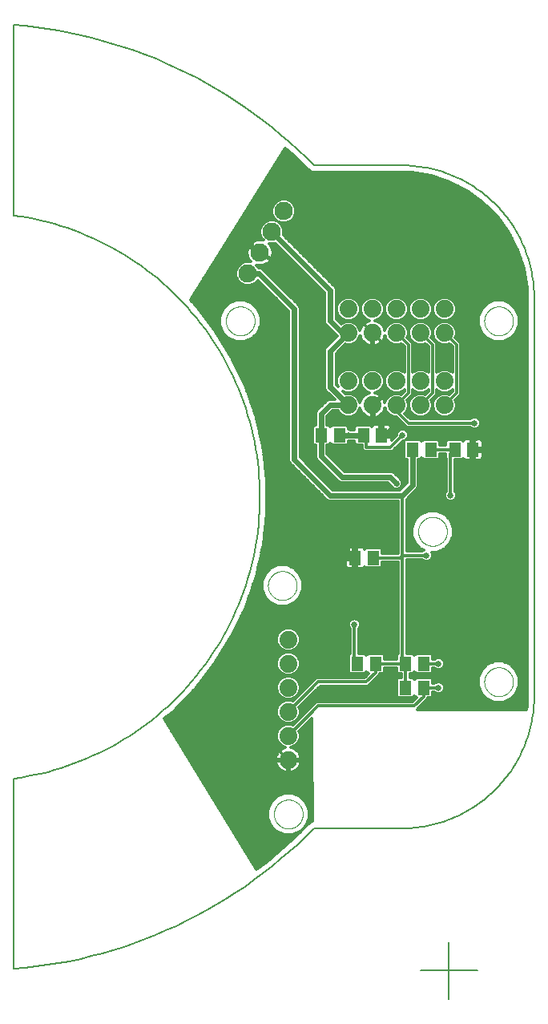
<source format=gbl>
G75*
%MOIN*%
%OFA0B0*%
%FSLAX25Y25*%
%IPPOS*%
%LPD*%
%AMOC8*
5,1,8,0,0,1.08239X$1,22.5*
%
%ADD10C,0.00600*%
%ADD11C,0.00000*%
%ADD12C,0.07400*%
%ADD13R,0.05118X0.05906*%
%ADD14C,0.07600*%
%ADD15C,0.01200*%
%ADD16C,0.02400*%
%ADD17C,0.02578*%
D10*
X0001300Y0013742D02*
X0001300Y0092906D01*
X0001300Y0013742D02*
X0005974Y0014173D01*
X0010636Y0014716D01*
X0015284Y0015369D01*
X0019914Y0016133D01*
X0024526Y0017008D01*
X0029115Y0017992D01*
X0033680Y0019085D01*
X0038217Y0020287D01*
X0042724Y0021596D01*
X0047198Y0023013D01*
X0051638Y0024536D01*
X0056040Y0026164D01*
X0060402Y0027897D01*
X0064721Y0029733D01*
X0068996Y0031672D01*
X0073223Y0033712D01*
X0077400Y0035852D01*
X0081525Y0038091D01*
X0085595Y0040428D01*
X0089609Y0042862D01*
X0093563Y0045390D01*
X0097456Y0048012D01*
X0101285Y0050726D01*
X0105049Y0053531D01*
X0108744Y0056424D01*
X0112370Y0059405D01*
X0115923Y0062471D01*
X0119403Y0065621D01*
X0122806Y0068854D01*
X0126131Y0072166D01*
X0162717Y0072166D01*
X0182402Y0024922D02*
X0182402Y0001300D01*
X0170591Y0013111D02*
X0194213Y0013111D01*
X0217835Y0127284D02*
X0217835Y0292639D01*
X0217819Y0293971D01*
X0217771Y0295302D01*
X0217690Y0296631D01*
X0217578Y0297959D01*
X0217433Y0299283D01*
X0217257Y0300603D01*
X0217048Y0301919D01*
X0216808Y0303229D01*
X0216536Y0304533D01*
X0216233Y0305830D01*
X0215899Y0307119D01*
X0215534Y0308400D01*
X0215137Y0309671D01*
X0214710Y0310933D01*
X0214253Y0312184D01*
X0213766Y0313424D01*
X0213249Y0314651D01*
X0212702Y0315866D01*
X0212126Y0317067D01*
X0211522Y0318254D01*
X0210888Y0319425D01*
X0210227Y0320582D01*
X0209538Y0321721D01*
X0208822Y0322844D01*
X0208078Y0323950D01*
X0207308Y0325037D01*
X0206513Y0326105D01*
X0205691Y0327153D01*
X0204845Y0328181D01*
X0203973Y0329189D01*
X0203078Y0330175D01*
X0202159Y0331140D01*
X0201218Y0332081D01*
X0200253Y0333000D01*
X0199267Y0333895D01*
X0198259Y0334767D01*
X0197231Y0335613D01*
X0196183Y0336435D01*
X0195115Y0337230D01*
X0194028Y0338000D01*
X0192922Y0338744D01*
X0191799Y0339460D01*
X0190660Y0340149D01*
X0189503Y0340810D01*
X0188332Y0341444D01*
X0187145Y0342048D01*
X0185944Y0342624D01*
X0184729Y0343171D01*
X0183502Y0343688D01*
X0182262Y0344175D01*
X0181011Y0344632D01*
X0179749Y0345059D01*
X0178478Y0345456D01*
X0177197Y0345821D01*
X0175908Y0346155D01*
X0174611Y0346458D01*
X0173307Y0346730D01*
X0171997Y0346970D01*
X0170681Y0347179D01*
X0169361Y0347355D01*
X0168037Y0347500D01*
X0166709Y0347612D01*
X0165380Y0347693D01*
X0164049Y0347741D01*
X0162717Y0347757D01*
X0126131Y0347757D01*
X0217835Y0127284D02*
X0217819Y0125952D01*
X0217771Y0124621D01*
X0217690Y0123292D01*
X0217578Y0121964D01*
X0217433Y0120640D01*
X0217257Y0119320D01*
X0217048Y0118004D01*
X0216808Y0116694D01*
X0216536Y0115390D01*
X0216233Y0114093D01*
X0215899Y0112804D01*
X0215534Y0111523D01*
X0215137Y0110252D01*
X0214710Y0108990D01*
X0214253Y0107739D01*
X0213766Y0106499D01*
X0213249Y0105272D01*
X0212702Y0104057D01*
X0212126Y0102856D01*
X0211522Y0101669D01*
X0210888Y0100498D01*
X0210227Y0099341D01*
X0209538Y0098202D01*
X0208822Y0097079D01*
X0208078Y0095973D01*
X0207308Y0094886D01*
X0206513Y0093818D01*
X0205691Y0092770D01*
X0204845Y0091742D01*
X0203973Y0090734D01*
X0203078Y0089748D01*
X0202159Y0088783D01*
X0201218Y0087842D01*
X0200253Y0086923D01*
X0199267Y0086028D01*
X0198259Y0085156D01*
X0197231Y0084310D01*
X0196183Y0083488D01*
X0195115Y0082693D01*
X0194028Y0081923D01*
X0192922Y0081179D01*
X0191799Y0080463D01*
X0190660Y0079774D01*
X0189503Y0079113D01*
X0188332Y0078479D01*
X0187145Y0077875D01*
X0185944Y0077299D01*
X0184729Y0076752D01*
X0183502Y0076235D01*
X0182262Y0075748D01*
X0181011Y0075291D01*
X0179749Y0074864D01*
X0178478Y0074467D01*
X0177197Y0074102D01*
X0175908Y0073768D01*
X0174611Y0073465D01*
X0173307Y0073193D01*
X0171997Y0072953D01*
X0170681Y0072744D01*
X0169361Y0072568D01*
X0168037Y0072423D01*
X0166709Y0072311D01*
X0165380Y0072230D01*
X0164049Y0072182D01*
X0162717Y0072166D01*
X0001300Y0092906D02*
X0004146Y0093324D01*
X0006981Y0093811D01*
X0009804Y0094368D01*
X0012612Y0094993D01*
X0015404Y0095686D01*
X0018178Y0096447D01*
X0020933Y0097275D01*
X0023667Y0098170D01*
X0026378Y0099131D01*
X0029065Y0100159D01*
X0031727Y0101251D01*
X0034361Y0102408D01*
X0036965Y0103628D01*
X0039540Y0104912D01*
X0042082Y0106258D01*
X0044591Y0107666D01*
X0047065Y0109134D01*
X0049502Y0110662D01*
X0051902Y0112249D01*
X0054262Y0113894D01*
X0056581Y0115596D01*
X0058858Y0117353D01*
X0061092Y0119166D01*
X0063281Y0121033D01*
X0065424Y0122952D01*
X0067519Y0124923D01*
X0069566Y0126945D01*
X0071563Y0129016D01*
X0073509Y0131134D01*
X0075402Y0133300D01*
X0077243Y0135511D01*
X0079029Y0137766D01*
X0080759Y0140064D01*
X0082433Y0142404D01*
X0084050Y0144783D01*
X0085608Y0147201D01*
X0087107Y0149657D01*
X0088545Y0152148D01*
X0089923Y0154674D01*
X0091238Y0157232D01*
X0092491Y0159821D01*
X0093681Y0162441D01*
X0094806Y0165088D01*
X0095866Y0167763D01*
X0096861Y0170462D01*
X0097790Y0173184D01*
X0098653Y0175929D01*
X0099448Y0178693D01*
X0100176Y0181477D01*
X0100835Y0184277D01*
X0101427Y0187092D01*
X0101949Y0189921D01*
X0102403Y0192762D01*
X0102787Y0195612D01*
X0103102Y0198472D01*
X0103347Y0201338D01*
X0103522Y0204210D01*
X0103627Y0207084D01*
X0103662Y0209961D01*
X0103627Y0212838D01*
X0103522Y0215712D01*
X0103347Y0218584D01*
X0103102Y0221450D01*
X0102787Y0224310D01*
X0102403Y0227160D01*
X0101949Y0230001D01*
X0101427Y0232830D01*
X0100835Y0235645D01*
X0100176Y0238445D01*
X0099448Y0241229D01*
X0098653Y0243993D01*
X0097790Y0246738D01*
X0096861Y0249460D01*
X0095866Y0252159D01*
X0094806Y0254834D01*
X0093681Y0257481D01*
X0092491Y0260101D01*
X0091238Y0262690D01*
X0089923Y0265248D01*
X0088545Y0267774D01*
X0087107Y0270265D01*
X0085608Y0272721D01*
X0084050Y0275139D01*
X0082433Y0277518D01*
X0080759Y0279858D01*
X0079029Y0282156D01*
X0077243Y0284411D01*
X0075402Y0286622D01*
X0073509Y0288788D01*
X0071563Y0290906D01*
X0069566Y0292977D01*
X0067519Y0294999D01*
X0065424Y0296970D01*
X0063281Y0298889D01*
X0061092Y0300756D01*
X0058858Y0302569D01*
X0056581Y0304326D01*
X0054262Y0306028D01*
X0051902Y0307673D01*
X0049502Y0309260D01*
X0047065Y0310788D01*
X0044591Y0312256D01*
X0042082Y0313664D01*
X0039540Y0315010D01*
X0036965Y0316294D01*
X0034361Y0317514D01*
X0031727Y0318671D01*
X0029065Y0319763D01*
X0026378Y0320791D01*
X0023667Y0321752D01*
X0020933Y0322647D01*
X0018178Y0323475D01*
X0015404Y0324236D01*
X0012612Y0324929D01*
X0009804Y0325554D01*
X0006981Y0326111D01*
X0004146Y0326598D01*
X0001300Y0327016D01*
X0001300Y0327017D02*
X0001300Y0406220D01*
X0005974Y0405787D01*
X0010636Y0405244D01*
X0015285Y0404589D01*
X0019916Y0403823D01*
X0024528Y0402948D01*
X0029117Y0401962D01*
X0033682Y0400868D01*
X0038219Y0399665D01*
X0042726Y0398354D01*
X0047201Y0396936D01*
X0051641Y0395412D01*
X0056043Y0393782D01*
X0060405Y0392048D01*
X0064725Y0390210D01*
X0068999Y0388270D01*
X0073226Y0386229D01*
X0077403Y0384087D01*
X0081528Y0381847D01*
X0085598Y0379508D01*
X0089612Y0377074D01*
X0093566Y0374544D01*
X0097458Y0371921D01*
X0101288Y0369205D01*
X0105051Y0366400D01*
X0108746Y0363505D01*
X0112371Y0360523D01*
X0115924Y0357455D01*
X0119403Y0354304D01*
X0122806Y0351070D01*
X0126131Y0347756D01*
D11*
X0089552Y0283111D02*
X0089554Y0283265D01*
X0089560Y0283420D01*
X0089570Y0283574D01*
X0089584Y0283728D01*
X0089602Y0283881D01*
X0089623Y0284034D01*
X0089649Y0284187D01*
X0089679Y0284338D01*
X0089712Y0284489D01*
X0089750Y0284639D01*
X0089791Y0284788D01*
X0089836Y0284936D01*
X0089885Y0285082D01*
X0089938Y0285228D01*
X0089994Y0285371D01*
X0090054Y0285514D01*
X0090118Y0285654D01*
X0090185Y0285794D01*
X0090256Y0285931D01*
X0090330Y0286066D01*
X0090408Y0286200D01*
X0090489Y0286331D01*
X0090574Y0286460D01*
X0090662Y0286588D01*
X0090753Y0286712D01*
X0090847Y0286835D01*
X0090945Y0286955D01*
X0091045Y0287072D01*
X0091149Y0287187D01*
X0091255Y0287299D01*
X0091364Y0287408D01*
X0091476Y0287514D01*
X0091591Y0287618D01*
X0091708Y0287718D01*
X0091828Y0287816D01*
X0091951Y0287910D01*
X0092075Y0288001D01*
X0092203Y0288089D01*
X0092332Y0288174D01*
X0092463Y0288255D01*
X0092597Y0288333D01*
X0092732Y0288407D01*
X0092869Y0288478D01*
X0093009Y0288545D01*
X0093149Y0288609D01*
X0093292Y0288669D01*
X0093435Y0288725D01*
X0093581Y0288778D01*
X0093727Y0288827D01*
X0093875Y0288872D01*
X0094024Y0288913D01*
X0094174Y0288951D01*
X0094325Y0288984D01*
X0094476Y0289014D01*
X0094629Y0289040D01*
X0094782Y0289061D01*
X0094935Y0289079D01*
X0095089Y0289093D01*
X0095243Y0289103D01*
X0095398Y0289109D01*
X0095552Y0289111D01*
X0095706Y0289109D01*
X0095861Y0289103D01*
X0096015Y0289093D01*
X0096169Y0289079D01*
X0096322Y0289061D01*
X0096475Y0289040D01*
X0096628Y0289014D01*
X0096779Y0288984D01*
X0096930Y0288951D01*
X0097080Y0288913D01*
X0097229Y0288872D01*
X0097377Y0288827D01*
X0097523Y0288778D01*
X0097669Y0288725D01*
X0097812Y0288669D01*
X0097955Y0288609D01*
X0098095Y0288545D01*
X0098235Y0288478D01*
X0098372Y0288407D01*
X0098507Y0288333D01*
X0098641Y0288255D01*
X0098772Y0288174D01*
X0098901Y0288089D01*
X0099029Y0288001D01*
X0099153Y0287910D01*
X0099276Y0287816D01*
X0099396Y0287718D01*
X0099513Y0287618D01*
X0099628Y0287514D01*
X0099740Y0287408D01*
X0099849Y0287299D01*
X0099955Y0287187D01*
X0100059Y0287072D01*
X0100159Y0286955D01*
X0100257Y0286835D01*
X0100351Y0286712D01*
X0100442Y0286588D01*
X0100530Y0286460D01*
X0100615Y0286331D01*
X0100696Y0286200D01*
X0100774Y0286066D01*
X0100848Y0285931D01*
X0100919Y0285794D01*
X0100986Y0285654D01*
X0101050Y0285514D01*
X0101110Y0285371D01*
X0101166Y0285228D01*
X0101219Y0285082D01*
X0101268Y0284936D01*
X0101313Y0284788D01*
X0101354Y0284639D01*
X0101392Y0284489D01*
X0101425Y0284338D01*
X0101455Y0284187D01*
X0101481Y0284034D01*
X0101502Y0283881D01*
X0101520Y0283728D01*
X0101534Y0283574D01*
X0101544Y0283420D01*
X0101550Y0283265D01*
X0101552Y0283111D01*
X0101550Y0282957D01*
X0101544Y0282802D01*
X0101534Y0282648D01*
X0101520Y0282494D01*
X0101502Y0282341D01*
X0101481Y0282188D01*
X0101455Y0282035D01*
X0101425Y0281884D01*
X0101392Y0281733D01*
X0101354Y0281583D01*
X0101313Y0281434D01*
X0101268Y0281286D01*
X0101219Y0281140D01*
X0101166Y0280994D01*
X0101110Y0280851D01*
X0101050Y0280708D01*
X0100986Y0280568D01*
X0100919Y0280428D01*
X0100848Y0280291D01*
X0100774Y0280156D01*
X0100696Y0280022D01*
X0100615Y0279891D01*
X0100530Y0279762D01*
X0100442Y0279634D01*
X0100351Y0279510D01*
X0100257Y0279387D01*
X0100159Y0279267D01*
X0100059Y0279150D01*
X0099955Y0279035D01*
X0099849Y0278923D01*
X0099740Y0278814D01*
X0099628Y0278708D01*
X0099513Y0278604D01*
X0099396Y0278504D01*
X0099276Y0278406D01*
X0099153Y0278312D01*
X0099029Y0278221D01*
X0098901Y0278133D01*
X0098772Y0278048D01*
X0098641Y0277967D01*
X0098507Y0277889D01*
X0098372Y0277815D01*
X0098235Y0277744D01*
X0098095Y0277677D01*
X0097955Y0277613D01*
X0097812Y0277553D01*
X0097669Y0277497D01*
X0097523Y0277444D01*
X0097377Y0277395D01*
X0097229Y0277350D01*
X0097080Y0277309D01*
X0096930Y0277271D01*
X0096779Y0277238D01*
X0096628Y0277208D01*
X0096475Y0277182D01*
X0096322Y0277161D01*
X0096169Y0277143D01*
X0096015Y0277129D01*
X0095861Y0277119D01*
X0095706Y0277113D01*
X0095552Y0277111D01*
X0095398Y0277113D01*
X0095243Y0277119D01*
X0095089Y0277129D01*
X0094935Y0277143D01*
X0094782Y0277161D01*
X0094629Y0277182D01*
X0094476Y0277208D01*
X0094325Y0277238D01*
X0094174Y0277271D01*
X0094024Y0277309D01*
X0093875Y0277350D01*
X0093727Y0277395D01*
X0093581Y0277444D01*
X0093435Y0277497D01*
X0093292Y0277553D01*
X0093149Y0277613D01*
X0093009Y0277677D01*
X0092869Y0277744D01*
X0092732Y0277815D01*
X0092597Y0277889D01*
X0092463Y0277967D01*
X0092332Y0278048D01*
X0092203Y0278133D01*
X0092075Y0278221D01*
X0091951Y0278312D01*
X0091828Y0278406D01*
X0091708Y0278504D01*
X0091591Y0278604D01*
X0091476Y0278708D01*
X0091364Y0278814D01*
X0091255Y0278923D01*
X0091149Y0279035D01*
X0091045Y0279150D01*
X0090945Y0279267D01*
X0090847Y0279387D01*
X0090753Y0279510D01*
X0090662Y0279634D01*
X0090574Y0279762D01*
X0090489Y0279891D01*
X0090408Y0280022D01*
X0090330Y0280156D01*
X0090256Y0280291D01*
X0090185Y0280428D01*
X0090118Y0280568D01*
X0090054Y0280708D01*
X0089994Y0280851D01*
X0089938Y0280994D01*
X0089885Y0281140D01*
X0089836Y0281286D01*
X0089791Y0281434D01*
X0089750Y0281583D01*
X0089712Y0281733D01*
X0089679Y0281884D01*
X0089649Y0282035D01*
X0089623Y0282188D01*
X0089602Y0282341D01*
X0089584Y0282494D01*
X0089570Y0282648D01*
X0089560Y0282802D01*
X0089554Y0282957D01*
X0089552Y0283111D01*
X0107052Y0173111D02*
X0107054Y0173265D01*
X0107060Y0173420D01*
X0107070Y0173574D01*
X0107084Y0173728D01*
X0107102Y0173881D01*
X0107123Y0174034D01*
X0107149Y0174187D01*
X0107179Y0174338D01*
X0107212Y0174489D01*
X0107250Y0174639D01*
X0107291Y0174788D01*
X0107336Y0174936D01*
X0107385Y0175082D01*
X0107438Y0175228D01*
X0107494Y0175371D01*
X0107554Y0175514D01*
X0107618Y0175654D01*
X0107685Y0175794D01*
X0107756Y0175931D01*
X0107830Y0176066D01*
X0107908Y0176200D01*
X0107989Y0176331D01*
X0108074Y0176460D01*
X0108162Y0176588D01*
X0108253Y0176712D01*
X0108347Y0176835D01*
X0108445Y0176955D01*
X0108545Y0177072D01*
X0108649Y0177187D01*
X0108755Y0177299D01*
X0108864Y0177408D01*
X0108976Y0177514D01*
X0109091Y0177618D01*
X0109208Y0177718D01*
X0109328Y0177816D01*
X0109451Y0177910D01*
X0109575Y0178001D01*
X0109703Y0178089D01*
X0109832Y0178174D01*
X0109963Y0178255D01*
X0110097Y0178333D01*
X0110232Y0178407D01*
X0110369Y0178478D01*
X0110509Y0178545D01*
X0110649Y0178609D01*
X0110792Y0178669D01*
X0110935Y0178725D01*
X0111081Y0178778D01*
X0111227Y0178827D01*
X0111375Y0178872D01*
X0111524Y0178913D01*
X0111674Y0178951D01*
X0111825Y0178984D01*
X0111976Y0179014D01*
X0112129Y0179040D01*
X0112282Y0179061D01*
X0112435Y0179079D01*
X0112589Y0179093D01*
X0112743Y0179103D01*
X0112898Y0179109D01*
X0113052Y0179111D01*
X0113206Y0179109D01*
X0113361Y0179103D01*
X0113515Y0179093D01*
X0113669Y0179079D01*
X0113822Y0179061D01*
X0113975Y0179040D01*
X0114128Y0179014D01*
X0114279Y0178984D01*
X0114430Y0178951D01*
X0114580Y0178913D01*
X0114729Y0178872D01*
X0114877Y0178827D01*
X0115023Y0178778D01*
X0115169Y0178725D01*
X0115312Y0178669D01*
X0115455Y0178609D01*
X0115595Y0178545D01*
X0115735Y0178478D01*
X0115872Y0178407D01*
X0116007Y0178333D01*
X0116141Y0178255D01*
X0116272Y0178174D01*
X0116401Y0178089D01*
X0116529Y0178001D01*
X0116653Y0177910D01*
X0116776Y0177816D01*
X0116896Y0177718D01*
X0117013Y0177618D01*
X0117128Y0177514D01*
X0117240Y0177408D01*
X0117349Y0177299D01*
X0117455Y0177187D01*
X0117559Y0177072D01*
X0117659Y0176955D01*
X0117757Y0176835D01*
X0117851Y0176712D01*
X0117942Y0176588D01*
X0118030Y0176460D01*
X0118115Y0176331D01*
X0118196Y0176200D01*
X0118274Y0176066D01*
X0118348Y0175931D01*
X0118419Y0175794D01*
X0118486Y0175654D01*
X0118550Y0175514D01*
X0118610Y0175371D01*
X0118666Y0175228D01*
X0118719Y0175082D01*
X0118768Y0174936D01*
X0118813Y0174788D01*
X0118854Y0174639D01*
X0118892Y0174489D01*
X0118925Y0174338D01*
X0118955Y0174187D01*
X0118981Y0174034D01*
X0119002Y0173881D01*
X0119020Y0173728D01*
X0119034Y0173574D01*
X0119044Y0173420D01*
X0119050Y0173265D01*
X0119052Y0173111D01*
X0119050Y0172957D01*
X0119044Y0172802D01*
X0119034Y0172648D01*
X0119020Y0172494D01*
X0119002Y0172341D01*
X0118981Y0172188D01*
X0118955Y0172035D01*
X0118925Y0171884D01*
X0118892Y0171733D01*
X0118854Y0171583D01*
X0118813Y0171434D01*
X0118768Y0171286D01*
X0118719Y0171140D01*
X0118666Y0170994D01*
X0118610Y0170851D01*
X0118550Y0170708D01*
X0118486Y0170568D01*
X0118419Y0170428D01*
X0118348Y0170291D01*
X0118274Y0170156D01*
X0118196Y0170022D01*
X0118115Y0169891D01*
X0118030Y0169762D01*
X0117942Y0169634D01*
X0117851Y0169510D01*
X0117757Y0169387D01*
X0117659Y0169267D01*
X0117559Y0169150D01*
X0117455Y0169035D01*
X0117349Y0168923D01*
X0117240Y0168814D01*
X0117128Y0168708D01*
X0117013Y0168604D01*
X0116896Y0168504D01*
X0116776Y0168406D01*
X0116653Y0168312D01*
X0116529Y0168221D01*
X0116401Y0168133D01*
X0116272Y0168048D01*
X0116141Y0167967D01*
X0116007Y0167889D01*
X0115872Y0167815D01*
X0115735Y0167744D01*
X0115595Y0167677D01*
X0115455Y0167613D01*
X0115312Y0167553D01*
X0115169Y0167497D01*
X0115023Y0167444D01*
X0114877Y0167395D01*
X0114729Y0167350D01*
X0114580Y0167309D01*
X0114430Y0167271D01*
X0114279Y0167238D01*
X0114128Y0167208D01*
X0113975Y0167182D01*
X0113822Y0167161D01*
X0113669Y0167143D01*
X0113515Y0167129D01*
X0113361Y0167119D01*
X0113206Y0167113D01*
X0113052Y0167111D01*
X0112898Y0167113D01*
X0112743Y0167119D01*
X0112589Y0167129D01*
X0112435Y0167143D01*
X0112282Y0167161D01*
X0112129Y0167182D01*
X0111976Y0167208D01*
X0111825Y0167238D01*
X0111674Y0167271D01*
X0111524Y0167309D01*
X0111375Y0167350D01*
X0111227Y0167395D01*
X0111081Y0167444D01*
X0110935Y0167497D01*
X0110792Y0167553D01*
X0110649Y0167613D01*
X0110509Y0167677D01*
X0110369Y0167744D01*
X0110232Y0167815D01*
X0110097Y0167889D01*
X0109963Y0167967D01*
X0109832Y0168048D01*
X0109703Y0168133D01*
X0109575Y0168221D01*
X0109451Y0168312D01*
X0109328Y0168406D01*
X0109208Y0168504D01*
X0109091Y0168604D01*
X0108976Y0168708D01*
X0108864Y0168814D01*
X0108755Y0168923D01*
X0108649Y0169035D01*
X0108545Y0169150D01*
X0108445Y0169267D01*
X0108347Y0169387D01*
X0108253Y0169510D01*
X0108162Y0169634D01*
X0108074Y0169762D01*
X0107989Y0169891D01*
X0107908Y0170022D01*
X0107830Y0170156D01*
X0107756Y0170291D01*
X0107685Y0170428D01*
X0107618Y0170568D01*
X0107554Y0170708D01*
X0107494Y0170851D01*
X0107438Y0170994D01*
X0107385Y0171140D01*
X0107336Y0171286D01*
X0107291Y0171434D01*
X0107250Y0171583D01*
X0107212Y0171733D01*
X0107179Y0171884D01*
X0107149Y0172035D01*
X0107123Y0172188D01*
X0107102Y0172341D01*
X0107084Y0172494D01*
X0107070Y0172648D01*
X0107060Y0172802D01*
X0107054Y0172957D01*
X0107052Y0173111D01*
X0109552Y0078111D02*
X0109554Y0078265D01*
X0109560Y0078420D01*
X0109570Y0078574D01*
X0109584Y0078728D01*
X0109602Y0078881D01*
X0109623Y0079034D01*
X0109649Y0079187D01*
X0109679Y0079338D01*
X0109712Y0079489D01*
X0109750Y0079639D01*
X0109791Y0079788D01*
X0109836Y0079936D01*
X0109885Y0080082D01*
X0109938Y0080228D01*
X0109994Y0080371D01*
X0110054Y0080514D01*
X0110118Y0080654D01*
X0110185Y0080794D01*
X0110256Y0080931D01*
X0110330Y0081066D01*
X0110408Y0081200D01*
X0110489Y0081331D01*
X0110574Y0081460D01*
X0110662Y0081588D01*
X0110753Y0081712D01*
X0110847Y0081835D01*
X0110945Y0081955D01*
X0111045Y0082072D01*
X0111149Y0082187D01*
X0111255Y0082299D01*
X0111364Y0082408D01*
X0111476Y0082514D01*
X0111591Y0082618D01*
X0111708Y0082718D01*
X0111828Y0082816D01*
X0111951Y0082910D01*
X0112075Y0083001D01*
X0112203Y0083089D01*
X0112332Y0083174D01*
X0112463Y0083255D01*
X0112597Y0083333D01*
X0112732Y0083407D01*
X0112869Y0083478D01*
X0113009Y0083545D01*
X0113149Y0083609D01*
X0113292Y0083669D01*
X0113435Y0083725D01*
X0113581Y0083778D01*
X0113727Y0083827D01*
X0113875Y0083872D01*
X0114024Y0083913D01*
X0114174Y0083951D01*
X0114325Y0083984D01*
X0114476Y0084014D01*
X0114629Y0084040D01*
X0114782Y0084061D01*
X0114935Y0084079D01*
X0115089Y0084093D01*
X0115243Y0084103D01*
X0115398Y0084109D01*
X0115552Y0084111D01*
X0115706Y0084109D01*
X0115861Y0084103D01*
X0116015Y0084093D01*
X0116169Y0084079D01*
X0116322Y0084061D01*
X0116475Y0084040D01*
X0116628Y0084014D01*
X0116779Y0083984D01*
X0116930Y0083951D01*
X0117080Y0083913D01*
X0117229Y0083872D01*
X0117377Y0083827D01*
X0117523Y0083778D01*
X0117669Y0083725D01*
X0117812Y0083669D01*
X0117955Y0083609D01*
X0118095Y0083545D01*
X0118235Y0083478D01*
X0118372Y0083407D01*
X0118507Y0083333D01*
X0118641Y0083255D01*
X0118772Y0083174D01*
X0118901Y0083089D01*
X0119029Y0083001D01*
X0119153Y0082910D01*
X0119276Y0082816D01*
X0119396Y0082718D01*
X0119513Y0082618D01*
X0119628Y0082514D01*
X0119740Y0082408D01*
X0119849Y0082299D01*
X0119955Y0082187D01*
X0120059Y0082072D01*
X0120159Y0081955D01*
X0120257Y0081835D01*
X0120351Y0081712D01*
X0120442Y0081588D01*
X0120530Y0081460D01*
X0120615Y0081331D01*
X0120696Y0081200D01*
X0120774Y0081066D01*
X0120848Y0080931D01*
X0120919Y0080794D01*
X0120986Y0080654D01*
X0121050Y0080514D01*
X0121110Y0080371D01*
X0121166Y0080228D01*
X0121219Y0080082D01*
X0121268Y0079936D01*
X0121313Y0079788D01*
X0121354Y0079639D01*
X0121392Y0079489D01*
X0121425Y0079338D01*
X0121455Y0079187D01*
X0121481Y0079034D01*
X0121502Y0078881D01*
X0121520Y0078728D01*
X0121534Y0078574D01*
X0121544Y0078420D01*
X0121550Y0078265D01*
X0121552Y0078111D01*
X0121550Y0077957D01*
X0121544Y0077802D01*
X0121534Y0077648D01*
X0121520Y0077494D01*
X0121502Y0077341D01*
X0121481Y0077188D01*
X0121455Y0077035D01*
X0121425Y0076884D01*
X0121392Y0076733D01*
X0121354Y0076583D01*
X0121313Y0076434D01*
X0121268Y0076286D01*
X0121219Y0076140D01*
X0121166Y0075994D01*
X0121110Y0075851D01*
X0121050Y0075708D01*
X0120986Y0075568D01*
X0120919Y0075428D01*
X0120848Y0075291D01*
X0120774Y0075156D01*
X0120696Y0075022D01*
X0120615Y0074891D01*
X0120530Y0074762D01*
X0120442Y0074634D01*
X0120351Y0074510D01*
X0120257Y0074387D01*
X0120159Y0074267D01*
X0120059Y0074150D01*
X0119955Y0074035D01*
X0119849Y0073923D01*
X0119740Y0073814D01*
X0119628Y0073708D01*
X0119513Y0073604D01*
X0119396Y0073504D01*
X0119276Y0073406D01*
X0119153Y0073312D01*
X0119029Y0073221D01*
X0118901Y0073133D01*
X0118772Y0073048D01*
X0118641Y0072967D01*
X0118507Y0072889D01*
X0118372Y0072815D01*
X0118235Y0072744D01*
X0118095Y0072677D01*
X0117955Y0072613D01*
X0117812Y0072553D01*
X0117669Y0072497D01*
X0117523Y0072444D01*
X0117377Y0072395D01*
X0117229Y0072350D01*
X0117080Y0072309D01*
X0116930Y0072271D01*
X0116779Y0072238D01*
X0116628Y0072208D01*
X0116475Y0072182D01*
X0116322Y0072161D01*
X0116169Y0072143D01*
X0116015Y0072129D01*
X0115861Y0072119D01*
X0115706Y0072113D01*
X0115552Y0072111D01*
X0115398Y0072113D01*
X0115243Y0072119D01*
X0115089Y0072129D01*
X0114935Y0072143D01*
X0114782Y0072161D01*
X0114629Y0072182D01*
X0114476Y0072208D01*
X0114325Y0072238D01*
X0114174Y0072271D01*
X0114024Y0072309D01*
X0113875Y0072350D01*
X0113727Y0072395D01*
X0113581Y0072444D01*
X0113435Y0072497D01*
X0113292Y0072553D01*
X0113149Y0072613D01*
X0113009Y0072677D01*
X0112869Y0072744D01*
X0112732Y0072815D01*
X0112597Y0072889D01*
X0112463Y0072967D01*
X0112332Y0073048D01*
X0112203Y0073133D01*
X0112075Y0073221D01*
X0111951Y0073312D01*
X0111828Y0073406D01*
X0111708Y0073504D01*
X0111591Y0073604D01*
X0111476Y0073708D01*
X0111364Y0073814D01*
X0111255Y0073923D01*
X0111149Y0074035D01*
X0111045Y0074150D01*
X0110945Y0074267D01*
X0110847Y0074387D01*
X0110753Y0074510D01*
X0110662Y0074634D01*
X0110574Y0074762D01*
X0110489Y0074891D01*
X0110408Y0075022D01*
X0110330Y0075156D01*
X0110256Y0075291D01*
X0110185Y0075428D01*
X0110118Y0075568D01*
X0110054Y0075708D01*
X0109994Y0075851D01*
X0109938Y0075994D01*
X0109885Y0076140D01*
X0109836Y0076286D01*
X0109791Y0076434D01*
X0109750Y0076583D01*
X0109712Y0076733D01*
X0109679Y0076884D01*
X0109649Y0077035D01*
X0109623Y0077188D01*
X0109602Y0077341D01*
X0109584Y0077494D01*
X0109570Y0077648D01*
X0109560Y0077802D01*
X0109554Y0077957D01*
X0109552Y0078111D01*
X0169552Y0195611D02*
X0169554Y0195765D01*
X0169560Y0195920D01*
X0169570Y0196074D01*
X0169584Y0196228D01*
X0169602Y0196381D01*
X0169623Y0196534D01*
X0169649Y0196687D01*
X0169679Y0196838D01*
X0169712Y0196989D01*
X0169750Y0197139D01*
X0169791Y0197288D01*
X0169836Y0197436D01*
X0169885Y0197582D01*
X0169938Y0197728D01*
X0169994Y0197871D01*
X0170054Y0198014D01*
X0170118Y0198154D01*
X0170185Y0198294D01*
X0170256Y0198431D01*
X0170330Y0198566D01*
X0170408Y0198700D01*
X0170489Y0198831D01*
X0170574Y0198960D01*
X0170662Y0199088D01*
X0170753Y0199212D01*
X0170847Y0199335D01*
X0170945Y0199455D01*
X0171045Y0199572D01*
X0171149Y0199687D01*
X0171255Y0199799D01*
X0171364Y0199908D01*
X0171476Y0200014D01*
X0171591Y0200118D01*
X0171708Y0200218D01*
X0171828Y0200316D01*
X0171951Y0200410D01*
X0172075Y0200501D01*
X0172203Y0200589D01*
X0172332Y0200674D01*
X0172463Y0200755D01*
X0172597Y0200833D01*
X0172732Y0200907D01*
X0172869Y0200978D01*
X0173009Y0201045D01*
X0173149Y0201109D01*
X0173292Y0201169D01*
X0173435Y0201225D01*
X0173581Y0201278D01*
X0173727Y0201327D01*
X0173875Y0201372D01*
X0174024Y0201413D01*
X0174174Y0201451D01*
X0174325Y0201484D01*
X0174476Y0201514D01*
X0174629Y0201540D01*
X0174782Y0201561D01*
X0174935Y0201579D01*
X0175089Y0201593D01*
X0175243Y0201603D01*
X0175398Y0201609D01*
X0175552Y0201611D01*
X0175706Y0201609D01*
X0175861Y0201603D01*
X0176015Y0201593D01*
X0176169Y0201579D01*
X0176322Y0201561D01*
X0176475Y0201540D01*
X0176628Y0201514D01*
X0176779Y0201484D01*
X0176930Y0201451D01*
X0177080Y0201413D01*
X0177229Y0201372D01*
X0177377Y0201327D01*
X0177523Y0201278D01*
X0177669Y0201225D01*
X0177812Y0201169D01*
X0177955Y0201109D01*
X0178095Y0201045D01*
X0178235Y0200978D01*
X0178372Y0200907D01*
X0178507Y0200833D01*
X0178641Y0200755D01*
X0178772Y0200674D01*
X0178901Y0200589D01*
X0179029Y0200501D01*
X0179153Y0200410D01*
X0179276Y0200316D01*
X0179396Y0200218D01*
X0179513Y0200118D01*
X0179628Y0200014D01*
X0179740Y0199908D01*
X0179849Y0199799D01*
X0179955Y0199687D01*
X0180059Y0199572D01*
X0180159Y0199455D01*
X0180257Y0199335D01*
X0180351Y0199212D01*
X0180442Y0199088D01*
X0180530Y0198960D01*
X0180615Y0198831D01*
X0180696Y0198700D01*
X0180774Y0198566D01*
X0180848Y0198431D01*
X0180919Y0198294D01*
X0180986Y0198154D01*
X0181050Y0198014D01*
X0181110Y0197871D01*
X0181166Y0197728D01*
X0181219Y0197582D01*
X0181268Y0197436D01*
X0181313Y0197288D01*
X0181354Y0197139D01*
X0181392Y0196989D01*
X0181425Y0196838D01*
X0181455Y0196687D01*
X0181481Y0196534D01*
X0181502Y0196381D01*
X0181520Y0196228D01*
X0181534Y0196074D01*
X0181544Y0195920D01*
X0181550Y0195765D01*
X0181552Y0195611D01*
X0181550Y0195457D01*
X0181544Y0195302D01*
X0181534Y0195148D01*
X0181520Y0194994D01*
X0181502Y0194841D01*
X0181481Y0194688D01*
X0181455Y0194535D01*
X0181425Y0194384D01*
X0181392Y0194233D01*
X0181354Y0194083D01*
X0181313Y0193934D01*
X0181268Y0193786D01*
X0181219Y0193640D01*
X0181166Y0193494D01*
X0181110Y0193351D01*
X0181050Y0193208D01*
X0180986Y0193068D01*
X0180919Y0192928D01*
X0180848Y0192791D01*
X0180774Y0192656D01*
X0180696Y0192522D01*
X0180615Y0192391D01*
X0180530Y0192262D01*
X0180442Y0192134D01*
X0180351Y0192010D01*
X0180257Y0191887D01*
X0180159Y0191767D01*
X0180059Y0191650D01*
X0179955Y0191535D01*
X0179849Y0191423D01*
X0179740Y0191314D01*
X0179628Y0191208D01*
X0179513Y0191104D01*
X0179396Y0191004D01*
X0179276Y0190906D01*
X0179153Y0190812D01*
X0179029Y0190721D01*
X0178901Y0190633D01*
X0178772Y0190548D01*
X0178641Y0190467D01*
X0178507Y0190389D01*
X0178372Y0190315D01*
X0178235Y0190244D01*
X0178095Y0190177D01*
X0177955Y0190113D01*
X0177812Y0190053D01*
X0177669Y0189997D01*
X0177523Y0189944D01*
X0177377Y0189895D01*
X0177229Y0189850D01*
X0177080Y0189809D01*
X0176930Y0189771D01*
X0176779Y0189738D01*
X0176628Y0189708D01*
X0176475Y0189682D01*
X0176322Y0189661D01*
X0176169Y0189643D01*
X0176015Y0189629D01*
X0175861Y0189619D01*
X0175706Y0189613D01*
X0175552Y0189611D01*
X0175398Y0189613D01*
X0175243Y0189619D01*
X0175089Y0189629D01*
X0174935Y0189643D01*
X0174782Y0189661D01*
X0174629Y0189682D01*
X0174476Y0189708D01*
X0174325Y0189738D01*
X0174174Y0189771D01*
X0174024Y0189809D01*
X0173875Y0189850D01*
X0173727Y0189895D01*
X0173581Y0189944D01*
X0173435Y0189997D01*
X0173292Y0190053D01*
X0173149Y0190113D01*
X0173009Y0190177D01*
X0172869Y0190244D01*
X0172732Y0190315D01*
X0172597Y0190389D01*
X0172463Y0190467D01*
X0172332Y0190548D01*
X0172203Y0190633D01*
X0172075Y0190721D01*
X0171951Y0190812D01*
X0171828Y0190906D01*
X0171708Y0191004D01*
X0171591Y0191104D01*
X0171476Y0191208D01*
X0171364Y0191314D01*
X0171255Y0191423D01*
X0171149Y0191535D01*
X0171045Y0191650D01*
X0170945Y0191767D01*
X0170847Y0191887D01*
X0170753Y0192010D01*
X0170662Y0192134D01*
X0170574Y0192262D01*
X0170489Y0192391D01*
X0170408Y0192522D01*
X0170330Y0192656D01*
X0170256Y0192791D01*
X0170185Y0192928D01*
X0170118Y0193068D01*
X0170054Y0193208D01*
X0169994Y0193351D01*
X0169938Y0193494D01*
X0169885Y0193640D01*
X0169836Y0193786D01*
X0169791Y0193934D01*
X0169750Y0194083D01*
X0169712Y0194233D01*
X0169679Y0194384D01*
X0169649Y0194535D01*
X0169623Y0194688D01*
X0169602Y0194841D01*
X0169584Y0194994D01*
X0169570Y0195148D01*
X0169560Y0195302D01*
X0169554Y0195457D01*
X0169552Y0195611D01*
X0197052Y0133111D02*
X0197054Y0133265D01*
X0197060Y0133420D01*
X0197070Y0133574D01*
X0197084Y0133728D01*
X0197102Y0133881D01*
X0197123Y0134034D01*
X0197149Y0134187D01*
X0197179Y0134338D01*
X0197212Y0134489D01*
X0197250Y0134639D01*
X0197291Y0134788D01*
X0197336Y0134936D01*
X0197385Y0135082D01*
X0197438Y0135228D01*
X0197494Y0135371D01*
X0197554Y0135514D01*
X0197618Y0135654D01*
X0197685Y0135794D01*
X0197756Y0135931D01*
X0197830Y0136066D01*
X0197908Y0136200D01*
X0197989Y0136331D01*
X0198074Y0136460D01*
X0198162Y0136588D01*
X0198253Y0136712D01*
X0198347Y0136835D01*
X0198445Y0136955D01*
X0198545Y0137072D01*
X0198649Y0137187D01*
X0198755Y0137299D01*
X0198864Y0137408D01*
X0198976Y0137514D01*
X0199091Y0137618D01*
X0199208Y0137718D01*
X0199328Y0137816D01*
X0199451Y0137910D01*
X0199575Y0138001D01*
X0199703Y0138089D01*
X0199832Y0138174D01*
X0199963Y0138255D01*
X0200097Y0138333D01*
X0200232Y0138407D01*
X0200369Y0138478D01*
X0200509Y0138545D01*
X0200649Y0138609D01*
X0200792Y0138669D01*
X0200935Y0138725D01*
X0201081Y0138778D01*
X0201227Y0138827D01*
X0201375Y0138872D01*
X0201524Y0138913D01*
X0201674Y0138951D01*
X0201825Y0138984D01*
X0201976Y0139014D01*
X0202129Y0139040D01*
X0202282Y0139061D01*
X0202435Y0139079D01*
X0202589Y0139093D01*
X0202743Y0139103D01*
X0202898Y0139109D01*
X0203052Y0139111D01*
X0203206Y0139109D01*
X0203361Y0139103D01*
X0203515Y0139093D01*
X0203669Y0139079D01*
X0203822Y0139061D01*
X0203975Y0139040D01*
X0204128Y0139014D01*
X0204279Y0138984D01*
X0204430Y0138951D01*
X0204580Y0138913D01*
X0204729Y0138872D01*
X0204877Y0138827D01*
X0205023Y0138778D01*
X0205169Y0138725D01*
X0205312Y0138669D01*
X0205455Y0138609D01*
X0205595Y0138545D01*
X0205735Y0138478D01*
X0205872Y0138407D01*
X0206007Y0138333D01*
X0206141Y0138255D01*
X0206272Y0138174D01*
X0206401Y0138089D01*
X0206529Y0138001D01*
X0206653Y0137910D01*
X0206776Y0137816D01*
X0206896Y0137718D01*
X0207013Y0137618D01*
X0207128Y0137514D01*
X0207240Y0137408D01*
X0207349Y0137299D01*
X0207455Y0137187D01*
X0207559Y0137072D01*
X0207659Y0136955D01*
X0207757Y0136835D01*
X0207851Y0136712D01*
X0207942Y0136588D01*
X0208030Y0136460D01*
X0208115Y0136331D01*
X0208196Y0136200D01*
X0208274Y0136066D01*
X0208348Y0135931D01*
X0208419Y0135794D01*
X0208486Y0135654D01*
X0208550Y0135514D01*
X0208610Y0135371D01*
X0208666Y0135228D01*
X0208719Y0135082D01*
X0208768Y0134936D01*
X0208813Y0134788D01*
X0208854Y0134639D01*
X0208892Y0134489D01*
X0208925Y0134338D01*
X0208955Y0134187D01*
X0208981Y0134034D01*
X0209002Y0133881D01*
X0209020Y0133728D01*
X0209034Y0133574D01*
X0209044Y0133420D01*
X0209050Y0133265D01*
X0209052Y0133111D01*
X0209050Y0132957D01*
X0209044Y0132802D01*
X0209034Y0132648D01*
X0209020Y0132494D01*
X0209002Y0132341D01*
X0208981Y0132188D01*
X0208955Y0132035D01*
X0208925Y0131884D01*
X0208892Y0131733D01*
X0208854Y0131583D01*
X0208813Y0131434D01*
X0208768Y0131286D01*
X0208719Y0131140D01*
X0208666Y0130994D01*
X0208610Y0130851D01*
X0208550Y0130708D01*
X0208486Y0130568D01*
X0208419Y0130428D01*
X0208348Y0130291D01*
X0208274Y0130156D01*
X0208196Y0130022D01*
X0208115Y0129891D01*
X0208030Y0129762D01*
X0207942Y0129634D01*
X0207851Y0129510D01*
X0207757Y0129387D01*
X0207659Y0129267D01*
X0207559Y0129150D01*
X0207455Y0129035D01*
X0207349Y0128923D01*
X0207240Y0128814D01*
X0207128Y0128708D01*
X0207013Y0128604D01*
X0206896Y0128504D01*
X0206776Y0128406D01*
X0206653Y0128312D01*
X0206529Y0128221D01*
X0206401Y0128133D01*
X0206272Y0128048D01*
X0206141Y0127967D01*
X0206007Y0127889D01*
X0205872Y0127815D01*
X0205735Y0127744D01*
X0205595Y0127677D01*
X0205455Y0127613D01*
X0205312Y0127553D01*
X0205169Y0127497D01*
X0205023Y0127444D01*
X0204877Y0127395D01*
X0204729Y0127350D01*
X0204580Y0127309D01*
X0204430Y0127271D01*
X0204279Y0127238D01*
X0204128Y0127208D01*
X0203975Y0127182D01*
X0203822Y0127161D01*
X0203669Y0127143D01*
X0203515Y0127129D01*
X0203361Y0127119D01*
X0203206Y0127113D01*
X0203052Y0127111D01*
X0202898Y0127113D01*
X0202743Y0127119D01*
X0202589Y0127129D01*
X0202435Y0127143D01*
X0202282Y0127161D01*
X0202129Y0127182D01*
X0201976Y0127208D01*
X0201825Y0127238D01*
X0201674Y0127271D01*
X0201524Y0127309D01*
X0201375Y0127350D01*
X0201227Y0127395D01*
X0201081Y0127444D01*
X0200935Y0127497D01*
X0200792Y0127553D01*
X0200649Y0127613D01*
X0200509Y0127677D01*
X0200369Y0127744D01*
X0200232Y0127815D01*
X0200097Y0127889D01*
X0199963Y0127967D01*
X0199832Y0128048D01*
X0199703Y0128133D01*
X0199575Y0128221D01*
X0199451Y0128312D01*
X0199328Y0128406D01*
X0199208Y0128504D01*
X0199091Y0128604D01*
X0198976Y0128708D01*
X0198864Y0128814D01*
X0198755Y0128923D01*
X0198649Y0129035D01*
X0198545Y0129150D01*
X0198445Y0129267D01*
X0198347Y0129387D01*
X0198253Y0129510D01*
X0198162Y0129634D01*
X0198074Y0129762D01*
X0197989Y0129891D01*
X0197908Y0130022D01*
X0197830Y0130156D01*
X0197756Y0130291D01*
X0197685Y0130428D01*
X0197618Y0130568D01*
X0197554Y0130708D01*
X0197494Y0130851D01*
X0197438Y0130994D01*
X0197385Y0131140D01*
X0197336Y0131286D01*
X0197291Y0131434D01*
X0197250Y0131583D01*
X0197212Y0131733D01*
X0197179Y0131884D01*
X0197149Y0132035D01*
X0197123Y0132188D01*
X0197102Y0132341D01*
X0197084Y0132494D01*
X0197070Y0132648D01*
X0197060Y0132802D01*
X0197054Y0132957D01*
X0197052Y0133111D01*
X0197052Y0283111D02*
X0197054Y0283265D01*
X0197060Y0283420D01*
X0197070Y0283574D01*
X0197084Y0283728D01*
X0197102Y0283881D01*
X0197123Y0284034D01*
X0197149Y0284187D01*
X0197179Y0284338D01*
X0197212Y0284489D01*
X0197250Y0284639D01*
X0197291Y0284788D01*
X0197336Y0284936D01*
X0197385Y0285082D01*
X0197438Y0285228D01*
X0197494Y0285371D01*
X0197554Y0285514D01*
X0197618Y0285654D01*
X0197685Y0285794D01*
X0197756Y0285931D01*
X0197830Y0286066D01*
X0197908Y0286200D01*
X0197989Y0286331D01*
X0198074Y0286460D01*
X0198162Y0286588D01*
X0198253Y0286712D01*
X0198347Y0286835D01*
X0198445Y0286955D01*
X0198545Y0287072D01*
X0198649Y0287187D01*
X0198755Y0287299D01*
X0198864Y0287408D01*
X0198976Y0287514D01*
X0199091Y0287618D01*
X0199208Y0287718D01*
X0199328Y0287816D01*
X0199451Y0287910D01*
X0199575Y0288001D01*
X0199703Y0288089D01*
X0199832Y0288174D01*
X0199963Y0288255D01*
X0200097Y0288333D01*
X0200232Y0288407D01*
X0200369Y0288478D01*
X0200509Y0288545D01*
X0200649Y0288609D01*
X0200792Y0288669D01*
X0200935Y0288725D01*
X0201081Y0288778D01*
X0201227Y0288827D01*
X0201375Y0288872D01*
X0201524Y0288913D01*
X0201674Y0288951D01*
X0201825Y0288984D01*
X0201976Y0289014D01*
X0202129Y0289040D01*
X0202282Y0289061D01*
X0202435Y0289079D01*
X0202589Y0289093D01*
X0202743Y0289103D01*
X0202898Y0289109D01*
X0203052Y0289111D01*
X0203206Y0289109D01*
X0203361Y0289103D01*
X0203515Y0289093D01*
X0203669Y0289079D01*
X0203822Y0289061D01*
X0203975Y0289040D01*
X0204128Y0289014D01*
X0204279Y0288984D01*
X0204430Y0288951D01*
X0204580Y0288913D01*
X0204729Y0288872D01*
X0204877Y0288827D01*
X0205023Y0288778D01*
X0205169Y0288725D01*
X0205312Y0288669D01*
X0205455Y0288609D01*
X0205595Y0288545D01*
X0205735Y0288478D01*
X0205872Y0288407D01*
X0206007Y0288333D01*
X0206141Y0288255D01*
X0206272Y0288174D01*
X0206401Y0288089D01*
X0206529Y0288001D01*
X0206653Y0287910D01*
X0206776Y0287816D01*
X0206896Y0287718D01*
X0207013Y0287618D01*
X0207128Y0287514D01*
X0207240Y0287408D01*
X0207349Y0287299D01*
X0207455Y0287187D01*
X0207559Y0287072D01*
X0207659Y0286955D01*
X0207757Y0286835D01*
X0207851Y0286712D01*
X0207942Y0286588D01*
X0208030Y0286460D01*
X0208115Y0286331D01*
X0208196Y0286200D01*
X0208274Y0286066D01*
X0208348Y0285931D01*
X0208419Y0285794D01*
X0208486Y0285654D01*
X0208550Y0285514D01*
X0208610Y0285371D01*
X0208666Y0285228D01*
X0208719Y0285082D01*
X0208768Y0284936D01*
X0208813Y0284788D01*
X0208854Y0284639D01*
X0208892Y0284489D01*
X0208925Y0284338D01*
X0208955Y0284187D01*
X0208981Y0284034D01*
X0209002Y0283881D01*
X0209020Y0283728D01*
X0209034Y0283574D01*
X0209044Y0283420D01*
X0209050Y0283265D01*
X0209052Y0283111D01*
X0209050Y0282957D01*
X0209044Y0282802D01*
X0209034Y0282648D01*
X0209020Y0282494D01*
X0209002Y0282341D01*
X0208981Y0282188D01*
X0208955Y0282035D01*
X0208925Y0281884D01*
X0208892Y0281733D01*
X0208854Y0281583D01*
X0208813Y0281434D01*
X0208768Y0281286D01*
X0208719Y0281140D01*
X0208666Y0280994D01*
X0208610Y0280851D01*
X0208550Y0280708D01*
X0208486Y0280568D01*
X0208419Y0280428D01*
X0208348Y0280291D01*
X0208274Y0280156D01*
X0208196Y0280022D01*
X0208115Y0279891D01*
X0208030Y0279762D01*
X0207942Y0279634D01*
X0207851Y0279510D01*
X0207757Y0279387D01*
X0207659Y0279267D01*
X0207559Y0279150D01*
X0207455Y0279035D01*
X0207349Y0278923D01*
X0207240Y0278814D01*
X0207128Y0278708D01*
X0207013Y0278604D01*
X0206896Y0278504D01*
X0206776Y0278406D01*
X0206653Y0278312D01*
X0206529Y0278221D01*
X0206401Y0278133D01*
X0206272Y0278048D01*
X0206141Y0277967D01*
X0206007Y0277889D01*
X0205872Y0277815D01*
X0205735Y0277744D01*
X0205595Y0277677D01*
X0205455Y0277613D01*
X0205312Y0277553D01*
X0205169Y0277497D01*
X0205023Y0277444D01*
X0204877Y0277395D01*
X0204729Y0277350D01*
X0204580Y0277309D01*
X0204430Y0277271D01*
X0204279Y0277238D01*
X0204128Y0277208D01*
X0203975Y0277182D01*
X0203822Y0277161D01*
X0203669Y0277143D01*
X0203515Y0277129D01*
X0203361Y0277119D01*
X0203206Y0277113D01*
X0203052Y0277111D01*
X0202898Y0277113D01*
X0202743Y0277119D01*
X0202589Y0277129D01*
X0202435Y0277143D01*
X0202282Y0277161D01*
X0202129Y0277182D01*
X0201976Y0277208D01*
X0201825Y0277238D01*
X0201674Y0277271D01*
X0201524Y0277309D01*
X0201375Y0277350D01*
X0201227Y0277395D01*
X0201081Y0277444D01*
X0200935Y0277497D01*
X0200792Y0277553D01*
X0200649Y0277613D01*
X0200509Y0277677D01*
X0200369Y0277744D01*
X0200232Y0277815D01*
X0200097Y0277889D01*
X0199963Y0277967D01*
X0199832Y0278048D01*
X0199703Y0278133D01*
X0199575Y0278221D01*
X0199451Y0278312D01*
X0199328Y0278406D01*
X0199208Y0278504D01*
X0199091Y0278604D01*
X0198976Y0278708D01*
X0198864Y0278814D01*
X0198755Y0278923D01*
X0198649Y0279035D01*
X0198545Y0279150D01*
X0198445Y0279267D01*
X0198347Y0279387D01*
X0198253Y0279510D01*
X0198162Y0279634D01*
X0198074Y0279762D01*
X0197989Y0279891D01*
X0197908Y0280022D01*
X0197830Y0280156D01*
X0197756Y0280291D01*
X0197685Y0280428D01*
X0197618Y0280568D01*
X0197554Y0280708D01*
X0197494Y0280851D01*
X0197438Y0280994D01*
X0197385Y0281140D01*
X0197336Y0281286D01*
X0197291Y0281434D01*
X0197250Y0281583D01*
X0197212Y0281733D01*
X0197179Y0281884D01*
X0197149Y0282035D01*
X0197123Y0282188D01*
X0197102Y0282341D01*
X0197084Y0282494D01*
X0197070Y0282648D01*
X0197060Y0282802D01*
X0197054Y0282957D01*
X0197052Y0283111D01*
D12*
X0180552Y0278111D03*
X0180552Y0288111D03*
X0170552Y0288111D03*
X0170552Y0278111D03*
X0160552Y0278111D03*
X0160552Y0288111D03*
X0150552Y0288111D03*
X0150552Y0278111D03*
X0140552Y0278111D03*
X0140552Y0288111D03*
X0140552Y0258111D03*
X0140552Y0248111D03*
X0150552Y0248111D03*
X0150552Y0258111D03*
X0160552Y0258111D03*
X0160552Y0248111D03*
X0170552Y0248111D03*
X0170552Y0258111D03*
X0180552Y0258111D03*
X0180552Y0248111D03*
X0115552Y0150611D03*
X0115552Y0140611D03*
X0115552Y0130611D03*
X0115552Y0120611D03*
X0115552Y0110611D03*
X0115552Y0100611D03*
D13*
X0144312Y0140611D03*
X0151792Y0140611D03*
X0164312Y0140611D03*
X0164312Y0130611D03*
X0171792Y0130611D03*
X0171792Y0140611D03*
X0150792Y0184611D03*
X0143312Y0184611D03*
X0167312Y0229611D03*
X0174792Y0229611D03*
X0184812Y0229611D03*
X0192292Y0229611D03*
X0154292Y0235611D03*
X0146812Y0235611D03*
X0136792Y0235611D03*
X0129312Y0235611D03*
D14*
X0098722Y0302800D03*
X0103722Y0311460D03*
X0108722Y0320121D03*
X0113722Y0328781D03*
D15*
X0111712Y0324201D02*
X0112727Y0323781D01*
X0114716Y0323781D01*
X0116554Y0324542D01*
X0117961Y0325949D01*
X0118722Y0327786D01*
X0118722Y0329775D01*
X0117961Y0331613D01*
X0116554Y0333020D01*
X0114716Y0333781D01*
X0112727Y0333781D01*
X0110890Y0333020D01*
X0109483Y0331613D01*
X0108722Y0329775D01*
X0108722Y0327786D01*
X0109483Y0325949D01*
X0110732Y0324700D01*
X0109716Y0325121D01*
X0107727Y0325121D01*
X0105890Y0324359D01*
X0104483Y0322953D01*
X0103722Y0321115D01*
X0103722Y0319126D01*
X0104483Y0317288D01*
X0105072Y0316700D01*
X0104986Y0316727D01*
X0104147Y0316860D01*
X0103297Y0316860D01*
X0102457Y0316727D01*
X0101649Y0316465D01*
X0100892Y0316079D01*
X0100204Y0315579D01*
X0099603Y0314978D01*
X0099130Y0314328D01*
X0103653Y0311716D01*
X0103466Y0311392D01*
X0098954Y0313997D01*
X0098717Y0313533D01*
X0098455Y0312725D01*
X0098322Y0311885D01*
X0098322Y0311035D01*
X0098455Y0310196D01*
X0098717Y0309388D01*
X0099103Y0308630D01*
X0099603Y0307943D01*
X0099766Y0307780D01*
X0099716Y0307800D01*
X0097727Y0307800D01*
X0095890Y0307039D01*
X0094483Y0305632D01*
X0093722Y0303795D01*
X0093722Y0301806D01*
X0094483Y0299968D01*
X0095890Y0298561D01*
X0097727Y0297800D01*
X0099716Y0297800D01*
X0101554Y0298561D01*
X0102881Y0299888D01*
X0115652Y0287117D01*
X0115652Y0225134D01*
X0116017Y0224252D01*
X0131692Y0208576D01*
X0132575Y0208211D01*
X0161252Y0208211D01*
X0161252Y0186411D01*
X0154551Y0186411D01*
X0154551Y0188061D01*
X0153848Y0188764D01*
X0147736Y0188764D01*
X0147286Y0188313D01*
X0147151Y0188546D01*
X0146853Y0188844D01*
X0146488Y0189055D01*
X0146082Y0189164D01*
X0143912Y0189164D01*
X0143912Y0185211D01*
X0142712Y0185211D01*
X0142712Y0189164D01*
X0140542Y0189164D01*
X0140135Y0189055D01*
X0139770Y0188844D01*
X0139472Y0188546D01*
X0139262Y0188181D01*
X0139153Y0187774D01*
X0139153Y0185211D01*
X0142712Y0185211D01*
X0142712Y0184011D01*
X0143912Y0184011D01*
X0143912Y0180058D01*
X0146082Y0180058D01*
X0146488Y0180167D01*
X0146853Y0180378D01*
X0147151Y0180676D01*
X0147286Y0180909D01*
X0147736Y0180458D01*
X0153848Y0180458D01*
X0154551Y0181161D01*
X0154551Y0182811D01*
X0161252Y0182811D01*
X0161252Y0144760D01*
X0160553Y0144061D01*
X0160553Y0142411D01*
X0155551Y0142411D01*
X0155551Y0144061D01*
X0154848Y0144764D01*
X0148736Y0144764D01*
X0148052Y0144080D01*
X0147368Y0144764D01*
X0144852Y0144764D01*
X0144852Y0155171D01*
X0145162Y0155481D01*
X0145541Y0156395D01*
X0145541Y0157386D01*
X0145162Y0158300D01*
X0144462Y0159001D01*
X0143547Y0159380D01*
X0142557Y0159380D01*
X0141642Y0159001D01*
X0140942Y0158300D01*
X0140563Y0157386D01*
X0140563Y0156395D01*
X0140942Y0155481D01*
X0141252Y0155171D01*
X0141252Y0144760D01*
X0140553Y0144061D01*
X0140553Y0137161D01*
X0141256Y0136458D01*
X0147368Y0136458D01*
X0148052Y0137142D01*
X0148736Y0136458D01*
X0148854Y0136458D01*
X0147306Y0134911D01*
X0127306Y0134911D01*
X0117502Y0125107D01*
X0116527Y0125511D01*
X0114577Y0125511D01*
X0112776Y0124765D01*
X0111398Y0123387D01*
X0110652Y0121586D01*
X0110652Y0119636D01*
X0111398Y0117835D01*
X0112776Y0116457D01*
X0114577Y0115711D01*
X0116527Y0115711D01*
X0118328Y0116457D01*
X0119706Y0117835D01*
X0120452Y0119636D01*
X0120452Y0121586D01*
X0120048Y0122561D01*
X0128798Y0131311D01*
X0148798Y0131311D01*
X0149852Y0132365D01*
X0153592Y0136106D01*
X0153592Y0136458D01*
X0154848Y0136458D01*
X0155551Y0137161D01*
X0155551Y0138811D01*
X0160553Y0138811D01*
X0160553Y0137161D01*
X0161256Y0136458D01*
X0162512Y0136458D01*
X0162512Y0134764D01*
X0161256Y0134764D01*
X0160553Y0134061D01*
X0160553Y0127161D01*
X0161256Y0126458D01*
X0167368Y0126458D01*
X0168052Y0127142D01*
X0168736Y0126458D01*
X0168854Y0126458D01*
X0167306Y0124911D01*
X0127306Y0124911D01*
X0117502Y0115107D01*
X0116527Y0115511D01*
X0114577Y0115511D01*
X0112776Y0114765D01*
X0111398Y0113387D01*
X0110652Y0111586D01*
X0110652Y0109636D01*
X0111398Y0107835D01*
X0112776Y0106457D01*
X0114382Y0105792D01*
X0114311Y0105781D01*
X0113517Y0105523D01*
X0112774Y0105144D01*
X0112099Y0104654D01*
X0111509Y0104064D01*
X0111019Y0103389D01*
X0110640Y0102646D01*
X0110382Y0101852D01*
X0110252Y0101028D01*
X0110252Y0101011D01*
X0115152Y0101011D01*
X0115152Y0100211D01*
X0115952Y0100211D01*
X0115952Y0101011D01*
X0120852Y0101011D01*
X0120852Y0101028D01*
X0120721Y0101852D01*
X0120464Y0102646D01*
X0120085Y0103389D01*
X0119595Y0104064D01*
X0119005Y0104654D01*
X0118330Y0105144D01*
X0117586Y0105523D01*
X0116793Y0105781D01*
X0116722Y0105792D01*
X0118328Y0106457D01*
X0119706Y0107835D01*
X0120452Y0109636D01*
X0120452Y0111586D01*
X0120048Y0112561D01*
X0125356Y0117869D01*
X0125356Y0091433D01*
X0125552Y0091237D01*
X0125552Y0075065D01*
X0125540Y0075060D01*
X0125525Y0075060D01*
X0125008Y0074840D01*
X0124489Y0074625D01*
X0124478Y0074614D01*
X0124464Y0074608D01*
X0124071Y0074207D01*
X0124050Y0074186D01*
X0118557Y0068801D01*
X0106930Y0058686D01*
X0102329Y0055286D01*
X0063908Y0117720D01*
X0067426Y0120603D01*
X0076784Y0130181D01*
X0076784Y0130181D01*
X0085029Y0140732D01*
X0092059Y0152129D01*
X0097789Y0164232D01*
X0102149Y0176893D01*
X0105085Y0189957D01*
X0106562Y0203266D01*
X0106562Y0216657D01*
X0105085Y0229965D01*
X0105085Y0229965D01*
X0102149Y0243030D01*
X0097789Y0255691D01*
X0092059Y0267794D01*
X0085029Y0279190D01*
X0085029Y0279190D01*
X0076784Y0289742D01*
X0074756Y0291818D01*
X0114384Y0354757D01*
X0118557Y0351125D01*
X0124048Y0345739D01*
X0124071Y0345716D01*
X0124463Y0345315D01*
X0124478Y0345309D01*
X0124489Y0345298D01*
X0125008Y0345083D01*
X0125525Y0344863D01*
X0125540Y0344863D01*
X0125554Y0344857D01*
X0126116Y0344857D01*
X0126678Y0344851D01*
X0126693Y0344857D01*
X0162717Y0344857D01*
X0166814Y0344696D01*
X0174907Y0343414D01*
X0182700Y0340882D01*
X0190001Y0337162D01*
X0196630Y0332346D01*
X0202424Y0326552D01*
X0207241Y0319922D01*
X0210961Y0312622D01*
X0213493Y0304829D01*
X0214774Y0296736D01*
X0214935Y0292639D01*
X0214935Y0127284D01*
X0214774Y0123187D01*
X0214525Y0121611D01*
X0169098Y0121611D01*
X0169852Y0122365D01*
X0173592Y0126106D01*
X0173592Y0126458D01*
X0174848Y0126458D01*
X0175551Y0127161D01*
X0175551Y0128811D01*
X0176332Y0128811D01*
X0176642Y0128501D01*
X0177557Y0128122D01*
X0178547Y0128122D01*
X0179462Y0128501D01*
X0180162Y0129201D01*
X0180541Y0130116D01*
X0180541Y0131106D01*
X0180162Y0132021D01*
X0179462Y0132721D01*
X0178547Y0133100D01*
X0177557Y0133100D01*
X0176642Y0132721D01*
X0176332Y0132411D01*
X0175551Y0132411D01*
X0175551Y0134061D01*
X0174848Y0134764D01*
X0168736Y0134764D01*
X0168052Y0134080D01*
X0167368Y0134764D01*
X0166112Y0134764D01*
X0166112Y0136458D01*
X0167368Y0136458D01*
X0168052Y0137142D01*
X0168736Y0136458D01*
X0174848Y0136458D01*
X0175551Y0137161D01*
X0175551Y0138811D01*
X0176332Y0138811D01*
X0176642Y0138501D01*
X0177557Y0138122D01*
X0178547Y0138122D01*
X0179462Y0138501D01*
X0180162Y0139201D01*
X0180541Y0140116D01*
X0180541Y0141106D01*
X0180162Y0142021D01*
X0179462Y0142721D01*
X0178547Y0143100D01*
X0177557Y0143100D01*
X0176642Y0142721D01*
X0176332Y0142411D01*
X0175551Y0142411D01*
X0175551Y0144061D01*
X0174848Y0144764D01*
X0168736Y0144764D01*
X0168052Y0144080D01*
X0167368Y0144764D01*
X0164852Y0144764D01*
X0164852Y0183811D01*
X0171332Y0183811D01*
X0171642Y0183501D01*
X0172557Y0183122D01*
X0173547Y0183122D01*
X0174462Y0183501D01*
X0175162Y0184201D01*
X0175541Y0185116D01*
X0175541Y0186106D01*
X0175166Y0187011D01*
X0177263Y0187011D01*
X0180423Y0188320D01*
X0182843Y0190740D01*
X0184152Y0193900D01*
X0184152Y0197322D01*
X0182843Y0200483D01*
X0180423Y0202902D01*
X0177263Y0204211D01*
X0173841Y0204211D01*
X0170680Y0202902D01*
X0168261Y0200483D01*
X0166952Y0197322D01*
X0166952Y0193900D01*
X0168261Y0190740D01*
X0170680Y0188320D01*
X0171885Y0187822D01*
X0171642Y0187721D01*
X0171332Y0187411D01*
X0164852Y0187411D01*
X0164852Y0209017D01*
X0168671Y0212836D01*
X0169346Y0213511D01*
X0169712Y0214393D01*
X0169712Y0225458D01*
X0170368Y0225458D01*
X0171052Y0226142D01*
X0171736Y0225458D01*
X0177848Y0225458D01*
X0178551Y0226161D01*
X0178551Y0227811D01*
X0181053Y0227811D01*
X0181053Y0226161D01*
X0181252Y0225962D01*
X0181252Y0212331D01*
X0180942Y0212021D01*
X0180563Y0211106D01*
X0180563Y0210116D01*
X0180942Y0209201D01*
X0181642Y0208501D01*
X0182557Y0208122D01*
X0183547Y0208122D01*
X0184462Y0208501D01*
X0185162Y0209201D01*
X0185541Y0210116D01*
X0185541Y0211106D01*
X0185162Y0212021D01*
X0184852Y0212331D01*
X0184852Y0225458D01*
X0187868Y0225458D01*
X0188318Y0225909D01*
X0188453Y0225676D01*
X0188751Y0225378D01*
X0189115Y0225167D01*
X0189522Y0225058D01*
X0191692Y0225058D01*
X0191692Y0229011D01*
X0192892Y0229011D01*
X0192892Y0225058D01*
X0195062Y0225058D01*
X0195469Y0225167D01*
X0195834Y0225378D01*
X0196131Y0225676D01*
X0196342Y0226041D01*
X0196451Y0226448D01*
X0196451Y0229011D01*
X0192892Y0229011D01*
X0192892Y0230211D01*
X0191692Y0230211D01*
X0191692Y0234164D01*
X0189522Y0234164D01*
X0189115Y0234055D01*
X0188751Y0233844D01*
X0188453Y0233546D01*
X0188318Y0233313D01*
X0187868Y0233764D01*
X0181756Y0233764D01*
X0181053Y0233061D01*
X0181053Y0231411D01*
X0178551Y0231411D01*
X0178551Y0233061D01*
X0177848Y0233764D01*
X0171736Y0233764D01*
X0171052Y0233080D01*
X0170368Y0233764D01*
X0164725Y0233764D01*
X0165162Y0234201D01*
X0165541Y0235116D01*
X0165541Y0236106D01*
X0165162Y0237021D01*
X0164462Y0237721D01*
X0163547Y0238100D01*
X0162557Y0238100D01*
X0161642Y0237721D01*
X0160942Y0237021D01*
X0160563Y0236106D01*
X0160563Y0235668D01*
X0158752Y0233857D01*
X0158451Y0233556D01*
X0158451Y0235011D01*
X0154892Y0235011D01*
X0154892Y0236211D01*
X0153692Y0236211D01*
X0153692Y0240164D01*
X0151522Y0240164D01*
X0151115Y0240055D01*
X0150751Y0239844D01*
X0150453Y0239546D01*
X0150318Y0239313D01*
X0149868Y0239764D01*
X0143756Y0239764D01*
X0143053Y0239061D01*
X0143053Y0238011D01*
X0141262Y0238011D01*
X0141047Y0238100D01*
X0140551Y0238100D01*
X0140551Y0239061D01*
X0139848Y0239764D01*
X0133736Y0239764D01*
X0133052Y0239080D01*
X0132368Y0239764D01*
X0131712Y0239764D01*
X0131712Y0243377D01*
X0134046Y0245711D01*
X0136242Y0245711D01*
X0136398Y0245335D01*
X0137776Y0243957D01*
X0139577Y0243211D01*
X0141527Y0243211D01*
X0143328Y0243957D01*
X0144706Y0245335D01*
X0145371Y0246941D01*
X0145382Y0246870D01*
X0145640Y0246077D01*
X0146019Y0245333D01*
X0146509Y0244658D01*
X0147099Y0244068D01*
X0147774Y0243578D01*
X0148517Y0243199D01*
X0149311Y0242942D01*
X0150135Y0242811D01*
X0150152Y0242811D01*
X0150152Y0247711D01*
X0150952Y0247711D01*
X0150952Y0242811D01*
X0150969Y0242811D01*
X0151793Y0242942D01*
X0152586Y0243199D01*
X0153330Y0243578D01*
X0154005Y0244068D01*
X0154595Y0244658D01*
X0155085Y0245333D01*
X0155464Y0246077D01*
X0155721Y0246870D01*
X0155733Y0246941D01*
X0156398Y0245335D01*
X0157776Y0243957D01*
X0159577Y0243211D01*
X0160406Y0243211D01*
X0163752Y0239865D01*
X0164806Y0238811D01*
X0191332Y0238811D01*
X0191642Y0238501D01*
X0192557Y0238122D01*
X0193547Y0238122D01*
X0194462Y0238501D01*
X0195162Y0239201D01*
X0195541Y0240116D01*
X0195541Y0241106D01*
X0195162Y0242021D01*
X0194462Y0242721D01*
X0193547Y0243100D01*
X0192557Y0243100D01*
X0191642Y0242721D01*
X0191332Y0242411D01*
X0166298Y0242411D01*
X0164040Y0244669D01*
X0164706Y0245335D01*
X0165452Y0247136D01*
X0165452Y0249086D01*
X0165048Y0250061D01*
X0167352Y0252365D01*
X0167352Y0254381D01*
X0167776Y0253957D01*
X0169577Y0253211D01*
X0171527Y0253211D01*
X0173328Y0253957D01*
X0173752Y0254381D01*
X0173752Y0253857D01*
X0172502Y0252607D01*
X0171527Y0253011D01*
X0169577Y0253011D01*
X0167776Y0252265D01*
X0166398Y0250887D01*
X0165652Y0249086D01*
X0165652Y0247136D01*
X0166398Y0245335D01*
X0167776Y0243957D01*
X0169577Y0243211D01*
X0171527Y0243211D01*
X0173328Y0243957D01*
X0174706Y0245335D01*
X0175452Y0247136D01*
X0175452Y0249086D01*
X0175048Y0250061D01*
X0177352Y0252365D01*
X0177352Y0254381D01*
X0177776Y0253957D01*
X0179577Y0253211D01*
X0181527Y0253211D01*
X0183328Y0253957D01*
X0183752Y0254381D01*
X0183752Y0253857D01*
X0182502Y0252607D01*
X0181527Y0253011D01*
X0179577Y0253011D01*
X0177776Y0252265D01*
X0176398Y0250887D01*
X0175652Y0249086D01*
X0175652Y0247136D01*
X0176398Y0245335D01*
X0177776Y0243957D01*
X0179577Y0243211D01*
X0181527Y0243211D01*
X0183328Y0243957D01*
X0184706Y0245335D01*
X0185452Y0247136D01*
X0185452Y0249086D01*
X0185048Y0250061D01*
X0187352Y0252365D01*
X0187352Y0273857D01*
X0186298Y0274911D01*
X0185048Y0276161D01*
X0185452Y0277136D01*
X0185452Y0279086D01*
X0184706Y0280887D01*
X0183328Y0282265D01*
X0181527Y0283011D01*
X0179577Y0283011D01*
X0177776Y0282265D01*
X0176398Y0280887D01*
X0175652Y0279086D01*
X0175652Y0277136D01*
X0176398Y0275335D01*
X0177776Y0273957D01*
X0179577Y0273211D01*
X0181527Y0273211D01*
X0182502Y0273615D01*
X0183752Y0272365D01*
X0183752Y0261841D01*
X0183328Y0262265D01*
X0181527Y0263011D01*
X0179577Y0263011D01*
X0177776Y0262265D01*
X0177352Y0261841D01*
X0177352Y0273857D01*
X0176298Y0274911D01*
X0175048Y0276161D01*
X0175452Y0277136D01*
X0175452Y0279086D01*
X0174706Y0280887D01*
X0173328Y0282265D01*
X0171527Y0283011D01*
X0169577Y0283011D01*
X0167776Y0282265D01*
X0166398Y0280887D01*
X0165652Y0279086D01*
X0165652Y0277136D01*
X0166398Y0275335D01*
X0167776Y0273957D01*
X0169577Y0273211D01*
X0171527Y0273211D01*
X0172502Y0273615D01*
X0173752Y0272365D01*
X0173752Y0261841D01*
X0173328Y0262265D01*
X0171527Y0263011D01*
X0169577Y0263011D01*
X0167776Y0262265D01*
X0167352Y0261841D01*
X0167352Y0273857D01*
X0166298Y0274911D01*
X0165048Y0276161D01*
X0165452Y0277136D01*
X0165452Y0279086D01*
X0164706Y0280887D01*
X0163328Y0282265D01*
X0161527Y0283011D01*
X0159577Y0283011D01*
X0157776Y0282265D01*
X0156398Y0280887D01*
X0155733Y0279281D01*
X0155721Y0279352D01*
X0155464Y0280146D01*
X0155085Y0280889D01*
X0154595Y0281564D01*
X0154005Y0282154D01*
X0153330Y0282644D01*
X0152586Y0283023D01*
X0151793Y0283281D01*
X0151722Y0283292D01*
X0153328Y0283957D01*
X0154706Y0285335D01*
X0155452Y0287136D01*
X0155452Y0289086D01*
X0154706Y0290887D01*
X0153328Y0292265D01*
X0151527Y0293011D01*
X0149577Y0293011D01*
X0147776Y0292265D01*
X0146398Y0290887D01*
X0145652Y0289086D01*
X0145652Y0287136D01*
X0146398Y0285335D01*
X0147776Y0283957D01*
X0149382Y0283292D01*
X0149311Y0283281D01*
X0148517Y0283023D01*
X0147774Y0282644D01*
X0147099Y0282154D01*
X0146509Y0281564D01*
X0146019Y0280889D01*
X0145640Y0280146D01*
X0145382Y0279352D01*
X0145371Y0279281D01*
X0144706Y0280887D01*
X0143328Y0282265D01*
X0141527Y0283011D01*
X0139577Y0283011D01*
X0137776Y0282265D01*
X0137534Y0282023D01*
X0135452Y0284105D01*
X0135452Y0296268D01*
X0135087Y0297150D01*
X0113543Y0318694D01*
X0113722Y0319126D01*
X0113722Y0321115D01*
X0112961Y0322953D01*
X0111712Y0324201D01*
X0112388Y0323525D02*
X0204623Y0323525D01*
X0205494Y0322327D02*
X0113220Y0322327D01*
X0113716Y0321128D02*
X0206364Y0321128D01*
X0207235Y0319930D02*
X0113722Y0319930D01*
X0113558Y0318731D02*
X0207847Y0318731D01*
X0208458Y0317533D02*
X0114704Y0317533D01*
X0115902Y0316334D02*
X0209069Y0316334D01*
X0209679Y0315136D02*
X0117101Y0315136D01*
X0118299Y0313937D02*
X0210290Y0313937D01*
X0210901Y0312739D02*
X0119498Y0312739D01*
X0120696Y0311540D02*
X0211312Y0311540D01*
X0211701Y0310342D02*
X0121895Y0310342D01*
X0123093Y0309143D02*
X0212091Y0309143D01*
X0212480Y0307945D02*
X0124292Y0307945D01*
X0125490Y0306746D02*
X0212870Y0306746D01*
X0213259Y0305548D02*
X0126689Y0305548D01*
X0127887Y0304349D02*
X0213569Y0304349D01*
X0213758Y0303151D02*
X0129086Y0303151D01*
X0130284Y0301952D02*
X0213948Y0301952D01*
X0214138Y0300754D02*
X0131483Y0300754D01*
X0132681Y0299555D02*
X0214328Y0299555D01*
X0214518Y0298357D02*
X0133880Y0298357D01*
X0135078Y0297158D02*
X0214708Y0297158D01*
X0214805Y0295960D02*
X0135452Y0295960D01*
X0135452Y0294761D02*
X0214852Y0294761D01*
X0214899Y0293563D02*
X0135452Y0293563D01*
X0135452Y0292364D02*
X0138016Y0292364D01*
X0137776Y0292265D02*
X0136398Y0290887D01*
X0135652Y0289086D01*
X0135652Y0287136D01*
X0136398Y0285335D01*
X0137776Y0283957D01*
X0139577Y0283211D01*
X0141527Y0283211D01*
X0143328Y0283957D01*
X0144706Y0285335D01*
X0145452Y0287136D01*
X0145452Y0289086D01*
X0144706Y0290887D01*
X0143328Y0292265D01*
X0141527Y0293011D01*
X0139577Y0293011D01*
X0137776Y0292265D01*
X0136677Y0291166D02*
X0135452Y0291166D01*
X0135452Y0289967D02*
X0136017Y0289967D01*
X0135652Y0288769D02*
X0135452Y0288769D01*
X0135452Y0287570D02*
X0135652Y0287570D01*
X0135452Y0286372D02*
X0135969Y0286372D01*
X0135452Y0285173D02*
X0136560Y0285173D01*
X0135583Y0283975D02*
X0137759Y0283975D01*
X0136781Y0282776D02*
X0139010Y0282776D01*
X0142094Y0282776D02*
X0148033Y0282776D01*
X0147759Y0283975D02*
X0143345Y0283975D01*
X0144544Y0285173D02*
X0146560Y0285173D01*
X0145652Y0286081D02*
X0145552Y0285981D01*
X0145552Y0283111D01*
X0150552Y0278111D01*
X0155552Y0273111D01*
X0155552Y0253111D01*
X0154544Y0251615D02*
X0157126Y0251615D01*
X0157776Y0252265D02*
X0156398Y0250887D01*
X0155733Y0249281D01*
X0155721Y0249352D01*
X0155464Y0250146D01*
X0155085Y0250889D01*
X0154595Y0251564D01*
X0154005Y0252154D01*
X0153330Y0252644D01*
X0152586Y0253023D01*
X0151793Y0253281D01*
X0151722Y0253292D01*
X0153328Y0253957D01*
X0154706Y0255335D01*
X0155452Y0257136D01*
X0155452Y0259086D01*
X0154706Y0260887D01*
X0153328Y0262265D01*
X0151527Y0263011D01*
X0149577Y0263011D01*
X0147776Y0262265D01*
X0146398Y0260887D01*
X0145652Y0259086D01*
X0145652Y0257136D01*
X0146398Y0255335D01*
X0147776Y0253957D01*
X0149382Y0253292D01*
X0149311Y0253281D01*
X0148517Y0253023D01*
X0147774Y0252644D01*
X0147099Y0252154D01*
X0146509Y0251564D01*
X0146019Y0250889D01*
X0145640Y0250146D01*
X0145382Y0249352D01*
X0145371Y0249281D01*
X0144706Y0250887D01*
X0143328Y0252265D01*
X0141527Y0253011D01*
X0139577Y0253011D01*
X0139202Y0252855D01*
X0138329Y0253728D01*
X0139577Y0253211D01*
X0141527Y0253211D01*
X0143328Y0253957D01*
X0144706Y0255335D01*
X0145452Y0257136D01*
X0145452Y0259086D01*
X0144706Y0260887D01*
X0143328Y0262265D01*
X0141527Y0263011D01*
X0139577Y0263011D01*
X0137776Y0262265D01*
X0136398Y0260887D01*
X0135652Y0259086D01*
X0135652Y0257136D01*
X0136169Y0255888D01*
X0135452Y0256605D01*
X0135452Y0269617D01*
X0139202Y0273367D01*
X0139577Y0273211D01*
X0141527Y0273211D01*
X0143328Y0273957D01*
X0144706Y0275335D01*
X0145371Y0276941D01*
X0145382Y0276870D01*
X0145640Y0276077D01*
X0146019Y0275333D01*
X0146509Y0274658D01*
X0147099Y0274068D01*
X0147774Y0273578D01*
X0148517Y0273199D01*
X0149311Y0272942D01*
X0150135Y0272811D01*
X0150152Y0272811D01*
X0150152Y0277711D01*
X0150952Y0277711D01*
X0150952Y0272811D01*
X0150969Y0272811D01*
X0151793Y0272942D01*
X0152586Y0273199D01*
X0153330Y0273578D01*
X0154005Y0274068D01*
X0154595Y0274658D01*
X0155085Y0275333D01*
X0155464Y0276077D01*
X0155721Y0276870D01*
X0155733Y0276941D01*
X0156398Y0275335D01*
X0157776Y0273957D01*
X0159577Y0273211D01*
X0161527Y0273211D01*
X0162502Y0273615D01*
X0163752Y0272365D01*
X0163752Y0261841D01*
X0163328Y0262265D01*
X0161527Y0263011D01*
X0159577Y0263011D01*
X0157776Y0262265D01*
X0156398Y0260887D01*
X0155652Y0259086D01*
X0155652Y0257136D01*
X0156398Y0255335D01*
X0157776Y0253957D01*
X0159577Y0253211D01*
X0161527Y0253211D01*
X0163328Y0253957D01*
X0163752Y0254381D01*
X0163752Y0253857D01*
X0162502Y0252607D01*
X0161527Y0253011D01*
X0159577Y0253011D01*
X0157776Y0252265D01*
X0159100Y0252813D02*
X0152997Y0252813D01*
X0153382Y0254012D02*
X0157722Y0254012D01*
X0156523Y0255210D02*
X0154581Y0255210D01*
X0155151Y0256409D02*
X0155953Y0256409D01*
X0155652Y0257607D02*
X0155452Y0257607D01*
X0155452Y0258806D02*
X0155652Y0258806D01*
X0156032Y0260004D02*
X0155071Y0260004D01*
X0154390Y0261203D02*
X0156714Y0261203D01*
X0158106Y0262401D02*
X0152998Y0262401D01*
X0148106Y0262401D02*
X0142998Y0262401D01*
X0144390Y0261203D02*
X0146714Y0261203D01*
X0146032Y0260004D02*
X0145071Y0260004D01*
X0145452Y0258806D02*
X0145652Y0258806D01*
X0145652Y0257607D02*
X0145452Y0257607D01*
X0145151Y0256409D02*
X0145953Y0256409D01*
X0146523Y0255210D02*
X0144581Y0255210D01*
X0143382Y0254012D02*
X0147722Y0254012D01*
X0148106Y0252813D02*
X0142004Y0252813D01*
X0143978Y0251615D02*
X0146560Y0251615D01*
X0145778Y0250416D02*
X0144901Y0250416D01*
X0145321Y0246821D02*
X0145398Y0246821D01*
X0145872Y0245622D02*
X0144825Y0245622D01*
X0143794Y0244424D02*
X0146744Y0244424D01*
X0148467Y0243225D02*
X0141561Y0243225D01*
X0139543Y0243225D02*
X0131712Y0243225D01*
X0131712Y0242027D02*
X0161591Y0242027D01*
X0162789Y0240828D02*
X0131712Y0240828D01*
X0132502Y0239630D02*
X0133602Y0239630D01*
X0132759Y0244424D02*
X0137310Y0244424D01*
X0136279Y0245622D02*
X0133957Y0245622D01*
X0131017Y0249471D02*
X0131692Y0250146D01*
X0132575Y0250511D01*
X0134758Y0250511D01*
X0131692Y0253576D01*
X0131017Y0254252D01*
X0130652Y0255134D01*
X0130652Y0271088D01*
X0131017Y0271971D01*
X0131692Y0272646D01*
X0135808Y0276761D01*
X0135666Y0277103D01*
X0131692Y0281076D01*
X0131017Y0281752D01*
X0130652Y0282634D01*
X0130652Y0294796D01*
X0110149Y0315300D01*
X0109716Y0315121D01*
X0107727Y0315121D01*
X0107678Y0315141D01*
X0107841Y0314978D01*
X0108340Y0314291D01*
X0108726Y0313533D01*
X0108989Y0312725D01*
X0109122Y0311885D01*
X0109122Y0311035D01*
X0108989Y0310196D01*
X0108726Y0309388D01*
X0108490Y0308924D01*
X0103978Y0311529D01*
X0103790Y0311204D01*
X0108313Y0308593D01*
X0107841Y0307943D01*
X0107240Y0307341D01*
X0106552Y0306842D01*
X0105795Y0306456D01*
X0104986Y0306193D01*
X0104147Y0306060D01*
X0103297Y0306060D01*
X0102457Y0306193D01*
X0102372Y0306221D01*
X0102961Y0305632D01*
X0103140Y0305200D01*
X0103840Y0305200D01*
X0104722Y0304835D01*
X0119411Y0290146D01*
X0120087Y0289471D01*
X0120452Y0288588D01*
X0120452Y0226605D01*
X0134046Y0213011D01*
X0162058Y0213011D01*
X0164912Y0215865D01*
X0164912Y0225458D01*
X0164256Y0225458D01*
X0163553Y0226161D01*
X0163553Y0233061D01*
X0163661Y0233169D01*
X0163547Y0233122D01*
X0163109Y0233122D01*
X0161298Y0231311D01*
X0158798Y0228811D01*
X0147306Y0228811D01*
X0146252Y0229865D01*
X0146252Y0231458D01*
X0143756Y0231458D01*
X0143053Y0232161D01*
X0143053Y0233211D01*
X0141262Y0233211D01*
X0141047Y0233122D01*
X0140551Y0233122D01*
X0140551Y0232161D01*
X0139848Y0231458D01*
X0133736Y0231458D01*
X0133052Y0232142D01*
X0132368Y0231458D01*
X0131712Y0231458D01*
X0131712Y0227845D01*
X0139046Y0220511D01*
X0158529Y0220511D01*
X0159411Y0220146D01*
X0161747Y0217810D01*
X0161962Y0217721D01*
X0162662Y0217021D01*
X0163041Y0216106D01*
X0163041Y0215116D01*
X0162662Y0214201D01*
X0161962Y0213501D01*
X0161047Y0213122D01*
X0160057Y0213122D01*
X0159142Y0213501D01*
X0158442Y0214201D01*
X0158353Y0214416D01*
X0157058Y0215711D01*
X0137575Y0215711D01*
X0136692Y0216076D01*
X0136017Y0216752D01*
X0127277Y0225492D01*
X0126912Y0226374D01*
X0126912Y0231458D01*
X0126256Y0231458D01*
X0125553Y0232161D01*
X0125553Y0239061D01*
X0126256Y0239764D01*
X0126912Y0239764D01*
X0126912Y0244848D01*
X0127277Y0245730D01*
X0127952Y0246405D01*
X0127952Y0246405D01*
X0131017Y0249470D01*
X0131017Y0249471D01*
X0130765Y0249218D02*
X0120452Y0249218D01*
X0120452Y0250416D02*
X0132346Y0250416D01*
X0133654Y0251615D02*
X0120452Y0251615D01*
X0120452Y0252813D02*
X0132456Y0252813D01*
X0131257Y0254012D02*
X0120452Y0254012D01*
X0120452Y0255210D02*
X0130652Y0255210D01*
X0130652Y0256409D02*
X0120452Y0256409D01*
X0120452Y0257607D02*
X0130652Y0257607D01*
X0130652Y0258806D02*
X0120452Y0258806D01*
X0120452Y0260004D02*
X0130652Y0260004D01*
X0130652Y0261203D02*
X0120452Y0261203D01*
X0120452Y0262401D02*
X0130652Y0262401D01*
X0130652Y0263600D02*
X0120452Y0263600D01*
X0120452Y0264798D02*
X0130652Y0264798D01*
X0130652Y0265997D02*
X0120452Y0265997D01*
X0120452Y0267195D02*
X0130652Y0267195D01*
X0130652Y0268394D02*
X0120452Y0268394D01*
X0120452Y0269592D02*
X0130652Y0269592D01*
X0130652Y0270791D02*
X0120452Y0270791D01*
X0120452Y0271989D02*
X0131036Y0271989D01*
X0132235Y0273188D02*
X0120452Y0273188D01*
X0120452Y0274386D02*
X0133433Y0274386D01*
X0134632Y0275585D02*
X0120452Y0275585D01*
X0120452Y0276784D02*
X0135798Y0276784D01*
X0134787Y0277982D02*
X0120452Y0277982D01*
X0120452Y0279181D02*
X0133588Y0279181D01*
X0132390Y0280379D02*
X0120452Y0280379D01*
X0120452Y0281578D02*
X0131191Y0281578D01*
X0130652Y0282776D02*
X0120452Y0282776D01*
X0120452Y0283975D02*
X0130652Y0283975D01*
X0130652Y0285173D02*
X0120452Y0285173D01*
X0120452Y0286372D02*
X0130652Y0286372D01*
X0130652Y0287570D02*
X0120452Y0287570D01*
X0120377Y0288769D02*
X0130652Y0288769D01*
X0130652Y0289967D02*
X0119590Y0289967D01*
X0118391Y0291166D02*
X0130652Y0291166D01*
X0130652Y0292364D02*
X0117193Y0292364D01*
X0115994Y0293563D02*
X0130652Y0293563D01*
X0130652Y0294761D02*
X0114796Y0294761D01*
X0113597Y0295960D02*
X0129489Y0295960D01*
X0128290Y0297158D02*
X0112399Y0297158D01*
X0111200Y0298357D02*
X0127092Y0298357D01*
X0125893Y0299555D02*
X0110002Y0299555D01*
X0108803Y0300754D02*
X0124695Y0300754D01*
X0123496Y0301952D02*
X0107605Y0301952D01*
X0106406Y0303151D02*
X0122298Y0303151D01*
X0121099Y0304349D02*
X0105208Y0304349D01*
X0102996Y0305548D02*
X0119901Y0305548D01*
X0118702Y0306746D02*
X0106364Y0306746D01*
X0107842Y0307945D02*
X0117504Y0307945D01*
X0116305Y0309143D02*
X0108602Y0309143D01*
X0108110Y0309143D02*
X0107360Y0309143D01*
X0106034Y0310342D02*
X0105284Y0310342D01*
X0103722Y0311460D02*
X0100552Y0314630D01*
X0100552Y0320611D01*
X0105552Y0325611D01*
X0108052Y0325611D01*
X0108052Y0330611D01*
X0110307Y0332866D01*
X0110427Y0333075D01*
X0110548Y0333107D01*
X0113052Y0335611D01*
X0115552Y0335611D01*
X0145552Y0305611D01*
X0145552Y0293111D01*
X0145652Y0293011D01*
X0145652Y0286081D01*
X0145969Y0286372D02*
X0145135Y0286372D01*
X0145452Y0287570D02*
X0145652Y0287570D01*
X0145652Y0288769D02*
X0145452Y0288769D01*
X0145087Y0289967D02*
X0146017Y0289967D01*
X0146677Y0291166D02*
X0144427Y0291166D01*
X0143088Y0292364D02*
X0148016Y0292364D01*
X0153088Y0292364D02*
X0158016Y0292364D01*
X0157776Y0292265D02*
X0156398Y0290887D01*
X0155652Y0289086D01*
X0155652Y0287136D01*
X0156398Y0285335D01*
X0157776Y0283957D01*
X0159577Y0283211D01*
X0161527Y0283211D01*
X0163328Y0283957D01*
X0164706Y0285335D01*
X0165452Y0287136D01*
X0165452Y0289086D01*
X0164706Y0290887D01*
X0163328Y0292265D01*
X0161527Y0293011D01*
X0159577Y0293011D01*
X0157776Y0292265D01*
X0156677Y0291166D02*
X0154427Y0291166D01*
X0155087Y0289967D02*
X0156017Y0289967D01*
X0155652Y0288769D02*
X0155452Y0288769D01*
X0155452Y0287570D02*
X0155652Y0287570D01*
X0155969Y0286372D02*
X0155135Y0286372D01*
X0154544Y0285173D02*
X0156560Y0285173D01*
X0157759Y0283975D02*
X0153345Y0283975D01*
X0153071Y0282776D02*
X0159010Y0282776D01*
X0157089Y0281578D02*
X0154581Y0281578D01*
X0155345Y0280379D02*
X0156188Y0280379D01*
X0155798Y0276784D02*
X0155693Y0276784D01*
X0155213Y0275585D02*
X0156295Y0275585D01*
X0157347Y0274386D02*
X0154323Y0274386D01*
X0152552Y0273188D02*
X0162929Y0273188D01*
X0163752Y0271989D02*
X0137825Y0271989D01*
X0139023Y0273188D02*
X0148552Y0273188D01*
X0150152Y0273188D02*
X0150952Y0273188D01*
X0150952Y0274386D02*
X0150152Y0274386D01*
X0150152Y0275585D02*
X0150952Y0275585D01*
X0150952Y0276784D02*
X0150152Y0276784D01*
X0146781Y0274386D02*
X0143757Y0274386D01*
X0144809Y0275585D02*
X0145891Y0275585D01*
X0145411Y0276784D02*
X0145306Y0276784D01*
X0144916Y0280379D02*
X0145759Y0280379D01*
X0146523Y0281578D02*
X0144015Y0281578D01*
X0136626Y0270791D02*
X0163752Y0270791D01*
X0163752Y0269592D02*
X0135452Y0269592D01*
X0135452Y0268394D02*
X0163752Y0268394D01*
X0163752Y0267195D02*
X0135452Y0267195D01*
X0135452Y0265997D02*
X0163752Y0265997D01*
X0163752Y0264798D02*
X0135452Y0264798D01*
X0135452Y0263600D02*
X0163752Y0263600D01*
X0163752Y0262401D02*
X0162998Y0262401D01*
X0167352Y0262401D02*
X0168106Y0262401D01*
X0167352Y0263600D02*
X0173752Y0263600D01*
X0173752Y0264798D02*
X0167352Y0264798D01*
X0167352Y0265997D02*
X0173752Y0265997D01*
X0173752Y0267195D02*
X0167352Y0267195D01*
X0167352Y0268394D02*
X0173752Y0268394D01*
X0173752Y0269592D02*
X0167352Y0269592D01*
X0167352Y0270791D02*
X0173752Y0270791D01*
X0173752Y0271989D02*
X0167352Y0271989D01*
X0167352Y0273188D02*
X0172929Y0273188D01*
X0175552Y0273111D02*
X0170552Y0278111D01*
X0167089Y0281578D02*
X0164015Y0281578D01*
X0164916Y0280379D02*
X0166188Y0280379D01*
X0165691Y0279181D02*
X0165413Y0279181D01*
X0165452Y0277982D02*
X0165652Y0277982D01*
X0165798Y0276784D02*
X0165306Y0276784D01*
X0165624Y0275585D02*
X0166295Y0275585D01*
X0166822Y0274386D02*
X0167347Y0274386D01*
X0165552Y0273111D02*
X0165552Y0253111D01*
X0160552Y0248111D01*
X0160552Y0245611D01*
X0165552Y0240611D01*
X0193052Y0240611D01*
X0195340Y0239630D02*
X0214935Y0239630D01*
X0214935Y0240828D02*
X0195541Y0240828D01*
X0195156Y0242027D02*
X0214935Y0242027D01*
X0214935Y0243225D02*
X0181561Y0243225D01*
X0179543Y0243225D02*
X0171561Y0243225D01*
X0169543Y0243225D02*
X0165483Y0243225D01*
X0164285Y0244424D02*
X0167310Y0244424D01*
X0166279Y0245622D02*
X0164825Y0245622D01*
X0165321Y0246821D02*
X0165783Y0246821D01*
X0165652Y0248019D02*
X0165452Y0248019D01*
X0165397Y0249218D02*
X0165707Y0249218D01*
X0165403Y0250416D02*
X0166203Y0250416D01*
X0166601Y0251615D02*
X0167126Y0251615D01*
X0167352Y0252813D02*
X0169100Y0252813D01*
X0167722Y0254012D02*
X0167352Y0254012D01*
X0163752Y0254012D02*
X0163382Y0254012D01*
X0162709Y0252813D02*
X0162004Y0252813D01*
X0156203Y0250416D02*
X0155326Y0250416D01*
X0155705Y0246821D02*
X0155783Y0246821D01*
X0156279Y0245622D02*
X0155232Y0245622D01*
X0154360Y0244424D02*
X0157310Y0244424D01*
X0159543Y0243225D02*
X0152637Y0243225D01*
X0150952Y0243225D02*
X0150152Y0243225D01*
X0150152Y0244424D02*
X0150952Y0244424D01*
X0150952Y0245622D02*
X0150152Y0245622D01*
X0150152Y0246821D02*
X0150952Y0246821D01*
X0150536Y0239630D02*
X0150002Y0239630D01*
X0146812Y0235611D02*
X0148052Y0234371D01*
X0148052Y0230611D01*
X0158052Y0230611D01*
X0160552Y0233111D01*
X0163052Y0235611D01*
X0165425Y0234836D02*
X0214935Y0234836D01*
X0214935Y0236034D02*
X0165541Y0236034D01*
X0164950Y0237233D02*
X0214935Y0237233D01*
X0214935Y0238431D02*
X0194293Y0238431D01*
X0191811Y0238431D02*
X0158451Y0238431D01*
X0158451Y0238774D02*
X0158342Y0239181D01*
X0158131Y0239546D01*
X0157834Y0239844D01*
X0157469Y0240055D01*
X0157062Y0240164D01*
X0154892Y0240164D01*
X0154892Y0236211D01*
X0158451Y0236211D01*
X0158451Y0238774D01*
X0158052Y0238111D02*
X0188052Y0238111D01*
X0193052Y0233111D01*
X0195552Y0235611D01*
X0195062Y0234164D02*
X0192892Y0234164D01*
X0192892Y0230211D01*
X0196451Y0230211D01*
X0196451Y0232774D01*
X0196342Y0233181D01*
X0196131Y0233546D01*
X0195834Y0233844D01*
X0195469Y0234055D01*
X0195062Y0234164D01*
X0196041Y0233637D02*
X0214935Y0233637D01*
X0214935Y0232439D02*
X0196451Y0232439D01*
X0196451Y0231240D02*
X0214935Y0231240D01*
X0214935Y0230042D02*
X0192892Y0230042D01*
X0192292Y0229611D02*
X0192292Y0194851D01*
X0173052Y0175611D01*
X0173976Y0183300D02*
X0214935Y0183300D01*
X0214935Y0184498D02*
X0175285Y0184498D01*
X0175541Y0185697D02*
X0214935Y0185697D01*
X0214935Y0186895D02*
X0175214Y0186895D01*
X0173052Y0185611D02*
X0163052Y0185611D01*
X0162052Y0184611D01*
X0150792Y0184611D01*
X0147292Y0180903D02*
X0147282Y0180903D01*
X0143912Y0180903D02*
X0142712Y0180903D01*
X0142712Y0180058D02*
X0142712Y0184011D01*
X0139153Y0184011D01*
X0139153Y0181448D01*
X0139262Y0181041D01*
X0139472Y0180676D01*
X0139770Y0180378D01*
X0140135Y0180167D01*
X0140542Y0180058D01*
X0142712Y0180058D01*
X0142712Y0182101D02*
X0143912Y0182101D01*
X0143912Y0183300D02*
X0142712Y0183300D01*
X0142712Y0184498D02*
X0103858Y0184498D01*
X0103589Y0183300D02*
X0139153Y0183300D01*
X0139153Y0182101D02*
X0103319Y0182101D01*
X0103050Y0180903D02*
X0109390Y0180903D01*
X0108180Y0180402D02*
X0105761Y0177983D01*
X0104452Y0174822D01*
X0104452Y0171400D01*
X0105761Y0168240D01*
X0108180Y0165820D01*
X0111341Y0164511D01*
X0114763Y0164511D01*
X0117923Y0165820D01*
X0120343Y0168240D01*
X0121652Y0171400D01*
X0121652Y0174822D01*
X0120343Y0177983D01*
X0117923Y0180402D01*
X0114763Y0181711D01*
X0111341Y0181711D01*
X0108180Y0180402D01*
X0107483Y0179704D02*
X0102780Y0179704D01*
X0102511Y0178506D02*
X0106284Y0178506D01*
X0105481Y0177307D02*
X0102242Y0177307D01*
X0101879Y0176109D02*
X0104985Y0176109D01*
X0104489Y0174910D02*
X0101466Y0174910D01*
X0101053Y0173712D02*
X0104452Y0173712D01*
X0104452Y0172513D02*
X0100640Y0172513D01*
X0100228Y0171315D02*
X0104488Y0171315D01*
X0104984Y0170116D02*
X0099815Y0170116D01*
X0099402Y0168917D02*
X0105480Y0168917D01*
X0106282Y0167719D02*
X0098990Y0167719D01*
X0098577Y0166520D02*
X0107480Y0166520D01*
X0109384Y0165322D02*
X0098164Y0165322D01*
X0097737Y0164123D02*
X0161252Y0164123D01*
X0161252Y0162925D02*
X0097170Y0162925D01*
X0096603Y0161726D02*
X0161252Y0161726D01*
X0161252Y0160528D02*
X0096035Y0160528D01*
X0095468Y0159329D02*
X0142436Y0159329D01*
X0143668Y0159329D02*
X0161252Y0159329D01*
X0161252Y0158131D02*
X0145232Y0158131D01*
X0145541Y0156932D02*
X0161252Y0156932D01*
X0161252Y0155734D02*
X0145267Y0155734D01*
X0144852Y0154535D02*
X0161252Y0154535D01*
X0161252Y0153337D02*
X0144852Y0153337D01*
X0144852Y0152138D02*
X0161252Y0152138D01*
X0161252Y0150940D02*
X0144852Y0150940D01*
X0144852Y0149741D02*
X0161252Y0149741D01*
X0161252Y0148543D02*
X0144852Y0148543D01*
X0144852Y0147344D02*
X0161252Y0147344D01*
X0161252Y0146146D02*
X0144852Y0146146D01*
X0144852Y0144947D02*
X0161252Y0144947D01*
X0160553Y0143749D02*
X0155551Y0143749D01*
X0155551Y0142550D02*
X0160553Y0142550D01*
X0163052Y0140611D02*
X0163052Y0185611D01*
X0163052Y0210611D01*
X0165502Y0209667D02*
X0180749Y0209667D01*
X0180563Y0210865D02*
X0166700Y0210865D01*
X0167899Y0212064D02*
X0180985Y0212064D01*
X0181252Y0213262D02*
X0169097Y0213262D01*
X0169712Y0214461D02*
X0181252Y0214461D01*
X0181252Y0215659D02*
X0169712Y0215659D01*
X0169712Y0216858D02*
X0181252Y0216858D01*
X0181252Y0218056D02*
X0169712Y0218056D01*
X0169712Y0219255D02*
X0181252Y0219255D01*
X0181252Y0220453D02*
X0169712Y0220453D01*
X0169712Y0221652D02*
X0181252Y0221652D01*
X0181252Y0222851D02*
X0169712Y0222851D01*
X0169712Y0224049D02*
X0181252Y0224049D01*
X0181252Y0225248D02*
X0169712Y0225248D01*
X0164912Y0225248D02*
X0134310Y0225248D01*
X0133111Y0226446D02*
X0163553Y0226446D01*
X0163553Y0227645D02*
X0131913Y0227645D01*
X0131712Y0228843D02*
X0147274Y0228843D01*
X0146252Y0230042D02*
X0131712Y0230042D01*
X0131712Y0231240D02*
X0146252Y0231240D01*
X0143053Y0232439D02*
X0140551Y0232439D01*
X0140551Y0238431D02*
X0143053Y0238431D01*
X0143622Y0239630D02*
X0139982Y0239630D01*
X0135508Y0224049D02*
X0164912Y0224049D01*
X0164912Y0222851D02*
X0136707Y0222851D01*
X0137905Y0221652D02*
X0164912Y0221652D01*
X0164912Y0220453D02*
X0158668Y0220453D01*
X0160302Y0219255D02*
X0164912Y0219255D01*
X0164912Y0218056D02*
X0161501Y0218056D01*
X0162730Y0216858D02*
X0164912Y0216858D01*
X0164706Y0215659D02*
X0163041Y0215659D01*
X0162770Y0214461D02*
X0163508Y0214461D01*
X0162309Y0213262D02*
X0161386Y0213262D01*
X0159718Y0213262D02*
X0133795Y0213262D01*
X0132596Y0214461D02*
X0158308Y0214461D01*
X0157109Y0215659D02*
X0131398Y0215659D01*
X0130199Y0216858D02*
X0135911Y0216858D01*
X0134712Y0218056D02*
X0129001Y0218056D01*
X0127802Y0219255D02*
X0133514Y0219255D01*
X0132315Y0220453D02*
X0126604Y0220453D01*
X0125405Y0221652D02*
X0131117Y0221652D01*
X0129918Y0222851D02*
X0124207Y0222851D01*
X0123008Y0224049D02*
X0128720Y0224049D01*
X0127521Y0225248D02*
X0121810Y0225248D01*
X0120611Y0226446D02*
X0126912Y0226446D01*
X0126912Y0227645D02*
X0120452Y0227645D01*
X0120452Y0228843D02*
X0126912Y0228843D01*
X0126912Y0230042D02*
X0120452Y0230042D01*
X0120452Y0231240D02*
X0126912Y0231240D01*
X0125553Y0232439D02*
X0120452Y0232439D01*
X0120452Y0233637D02*
X0125553Y0233637D01*
X0125553Y0234836D02*
X0120452Y0234836D01*
X0120452Y0236034D02*
X0125553Y0236034D01*
X0125553Y0237233D02*
X0120452Y0237233D01*
X0120452Y0238431D02*
X0125553Y0238431D01*
X0126122Y0239630D02*
X0120452Y0239630D01*
X0120452Y0240828D02*
X0126912Y0240828D01*
X0126912Y0242027D02*
X0120452Y0242027D01*
X0120452Y0243225D02*
X0126912Y0243225D01*
X0126912Y0244424D02*
X0120452Y0244424D01*
X0120452Y0245622D02*
X0127232Y0245622D01*
X0128368Y0246821D02*
X0120452Y0246821D01*
X0120452Y0248019D02*
X0129566Y0248019D01*
X0135648Y0256409D02*
X0135953Y0256409D01*
X0135652Y0257607D02*
X0135452Y0257607D01*
X0135452Y0258806D02*
X0135652Y0258806D01*
X0135452Y0260004D02*
X0136032Y0260004D01*
X0135452Y0261203D02*
X0136714Y0261203D01*
X0135452Y0262401D02*
X0138106Y0262401D01*
X0153692Y0239630D02*
X0154892Y0239630D01*
X0154892Y0238431D02*
X0153692Y0238431D01*
X0153692Y0237233D02*
X0154892Y0237233D01*
X0154892Y0236034D02*
X0160563Y0236034D01*
X0161154Y0237233D02*
X0158451Y0237233D01*
X0158052Y0238111D02*
X0155552Y0235611D01*
X0154292Y0235611D01*
X0158451Y0234836D02*
X0159731Y0234836D01*
X0158532Y0233637D02*
X0158451Y0233637D01*
X0161227Y0231240D02*
X0163553Y0231240D01*
X0163553Y0230042D02*
X0160028Y0230042D01*
X0158830Y0228843D02*
X0163553Y0228843D01*
X0163553Y0232439D02*
X0162425Y0232439D01*
X0163988Y0239630D02*
X0158048Y0239630D01*
X0170495Y0233637D02*
X0171609Y0233637D01*
X0174792Y0229611D02*
X0184812Y0229611D01*
X0183052Y0227851D01*
X0183052Y0210611D01*
X0185355Y0209667D02*
X0214935Y0209667D01*
X0214935Y0210865D02*
X0185541Y0210865D01*
X0185119Y0212064D02*
X0214935Y0212064D01*
X0214935Y0213262D02*
X0184852Y0213262D01*
X0184852Y0214461D02*
X0214935Y0214461D01*
X0214935Y0215659D02*
X0184852Y0215659D01*
X0184852Y0216858D02*
X0214935Y0216858D01*
X0214935Y0218056D02*
X0184852Y0218056D01*
X0184852Y0219255D02*
X0214935Y0219255D01*
X0214935Y0220453D02*
X0184852Y0220453D01*
X0184852Y0221652D02*
X0214935Y0221652D01*
X0214935Y0222851D02*
X0184852Y0222851D01*
X0184852Y0224049D02*
X0214935Y0224049D01*
X0214935Y0225248D02*
X0195608Y0225248D01*
X0196451Y0226446D02*
X0214935Y0226446D01*
X0214935Y0227645D02*
X0196451Y0227645D01*
X0196451Y0228843D02*
X0214935Y0228843D01*
X0214935Y0244424D02*
X0183794Y0244424D01*
X0184825Y0245622D02*
X0214935Y0245622D01*
X0214935Y0246821D02*
X0185321Y0246821D01*
X0185452Y0248019D02*
X0214935Y0248019D01*
X0214935Y0249218D02*
X0185397Y0249218D01*
X0185403Y0250416D02*
X0214935Y0250416D01*
X0214935Y0251615D02*
X0186601Y0251615D01*
X0187352Y0252813D02*
X0214935Y0252813D01*
X0214935Y0254012D02*
X0187352Y0254012D01*
X0187352Y0255210D02*
X0214935Y0255210D01*
X0214935Y0256409D02*
X0187352Y0256409D01*
X0187352Y0257607D02*
X0214935Y0257607D01*
X0214935Y0258806D02*
X0187352Y0258806D01*
X0187352Y0260004D02*
X0214935Y0260004D01*
X0214935Y0261203D02*
X0187352Y0261203D01*
X0187352Y0262401D02*
X0214935Y0262401D01*
X0214935Y0263600D02*
X0187352Y0263600D01*
X0187352Y0264798D02*
X0214935Y0264798D01*
X0214935Y0265997D02*
X0187352Y0265997D01*
X0187352Y0267195D02*
X0214935Y0267195D01*
X0214935Y0268394D02*
X0187352Y0268394D01*
X0187352Y0269592D02*
X0214935Y0269592D01*
X0214935Y0270791D02*
X0187352Y0270791D01*
X0187352Y0271989D02*
X0214935Y0271989D01*
X0214935Y0273188D02*
X0187352Y0273188D01*
X0186822Y0274386D02*
X0214935Y0274386D01*
X0214935Y0275585D02*
X0207355Y0275585D01*
X0207923Y0275820D02*
X0210343Y0278240D01*
X0211652Y0281400D01*
X0211652Y0284822D01*
X0210343Y0287983D01*
X0207923Y0290402D01*
X0204763Y0291711D01*
X0201341Y0291711D01*
X0198180Y0290402D01*
X0195761Y0287983D01*
X0194452Y0284822D01*
X0194452Y0281400D01*
X0195761Y0278240D01*
X0198180Y0275820D01*
X0201341Y0274511D01*
X0204763Y0274511D01*
X0207923Y0275820D01*
X0208887Y0276784D02*
X0214935Y0276784D01*
X0214935Y0277982D02*
X0210085Y0277982D01*
X0210732Y0279181D02*
X0214935Y0279181D01*
X0214935Y0280379D02*
X0211229Y0280379D01*
X0211652Y0281578D02*
X0214935Y0281578D01*
X0214935Y0282776D02*
X0211652Y0282776D01*
X0211652Y0283975D02*
X0214935Y0283975D01*
X0214935Y0285173D02*
X0211506Y0285173D01*
X0211010Y0286372D02*
X0214935Y0286372D01*
X0214935Y0287570D02*
X0210514Y0287570D01*
X0209557Y0288769D02*
X0214935Y0288769D01*
X0214935Y0289967D02*
X0208358Y0289967D01*
X0206079Y0291166D02*
X0214935Y0291166D01*
X0214935Y0292364D02*
X0183088Y0292364D01*
X0183328Y0292265D02*
X0181527Y0293011D01*
X0179577Y0293011D01*
X0177776Y0292265D01*
X0176398Y0290887D01*
X0175652Y0289086D01*
X0175652Y0287136D01*
X0176398Y0285335D01*
X0177776Y0283957D01*
X0179577Y0283211D01*
X0181527Y0283211D01*
X0183328Y0283957D01*
X0184706Y0285335D01*
X0185452Y0287136D01*
X0185452Y0289086D01*
X0184706Y0290887D01*
X0183328Y0292265D01*
X0184427Y0291166D02*
X0200025Y0291166D01*
X0197746Y0289967D02*
X0185087Y0289967D01*
X0185452Y0288769D02*
X0196547Y0288769D01*
X0195590Y0287570D02*
X0185452Y0287570D01*
X0185135Y0286372D02*
X0195094Y0286372D01*
X0194598Y0285173D02*
X0184544Y0285173D01*
X0183345Y0283975D02*
X0194452Y0283975D01*
X0194452Y0282776D02*
X0182094Y0282776D01*
X0184015Y0281578D02*
X0194452Y0281578D01*
X0194875Y0280379D02*
X0184916Y0280379D01*
X0185413Y0279181D02*
X0195371Y0279181D01*
X0196019Y0277982D02*
X0185452Y0277982D01*
X0185306Y0276784D02*
X0197217Y0276784D01*
X0198748Y0275585D02*
X0185624Y0275585D01*
X0185552Y0273111D02*
X0185552Y0253111D01*
X0180552Y0248111D01*
X0177126Y0251615D02*
X0176601Y0251615D01*
X0176203Y0250416D02*
X0175403Y0250416D01*
X0175397Y0249218D02*
X0175707Y0249218D01*
X0175652Y0248019D02*
X0175452Y0248019D01*
X0175321Y0246821D02*
X0175783Y0246821D01*
X0176279Y0245622D02*
X0174825Y0245622D01*
X0173794Y0244424D02*
X0177310Y0244424D01*
X0177975Y0233637D02*
X0181629Y0233637D01*
X0181053Y0232439D02*
X0178551Y0232439D01*
X0178551Y0227645D02*
X0181053Y0227645D01*
X0181053Y0226446D02*
X0178551Y0226446D01*
X0184852Y0225248D02*
X0188977Y0225248D01*
X0191692Y0225248D02*
X0192892Y0225248D01*
X0192892Y0226446D02*
X0191692Y0226446D01*
X0191692Y0227645D02*
X0192892Y0227645D01*
X0192892Y0228843D02*
X0191692Y0228843D01*
X0192292Y0229611D02*
X0192292Y0232351D01*
X0193052Y0233111D01*
X0192892Y0233637D02*
X0191692Y0233637D01*
X0191692Y0232439D02*
X0192892Y0232439D01*
X0192892Y0231240D02*
X0191692Y0231240D01*
X0188544Y0233637D02*
X0187995Y0233637D01*
X0182709Y0252813D02*
X0182004Y0252813D01*
X0183382Y0254012D02*
X0183752Y0254012D01*
X0179100Y0252813D02*
X0177352Y0252813D01*
X0177352Y0254012D02*
X0177722Y0254012D01*
X0175552Y0253111D02*
X0170552Y0248111D01*
X0172004Y0252813D02*
X0172709Y0252813D01*
X0173382Y0254012D02*
X0173752Y0254012D01*
X0175552Y0253111D02*
X0175552Y0273111D01*
X0176822Y0274386D02*
X0177347Y0274386D01*
X0177352Y0273188D02*
X0182929Y0273188D01*
X0183752Y0271989D02*
X0177352Y0271989D01*
X0177352Y0270791D02*
X0183752Y0270791D01*
X0183752Y0269592D02*
X0177352Y0269592D01*
X0177352Y0268394D02*
X0183752Y0268394D01*
X0183752Y0267195D02*
X0177352Y0267195D01*
X0177352Y0265997D02*
X0183752Y0265997D01*
X0183752Y0264798D02*
X0177352Y0264798D01*
X0177352Y0263600D02*
X0183752Y0263600D01*
X0183752Y0262401D02*
X0182998Y0262401D01*
X0178106Y0262401D02*
X0177352Y0262401D01*
X0173752Y0262401D02*
X0172998Y0262401D01*
X0165552Y0273111D02*
X0160552Y0278111D01*
X0162094Y0282776D02*
X0169010Y0282776D01*
X0169577Y0283211D02*
X0171527Y0283211D01*
X0173328Y0283957D01*
X0174706Y0285335D01*
X0175452Y0287136D01*
X0175452Y0289086D01*
X0174706Y0290887D01*
X0173328Y0292265D01*
X0171527Y0293011D01*
X0169577Y0293011D01*
X0167776Y0292265D01*
X0166398Y0290887D01*
X0165652Y0289086D01*
X0165652Y0287136D01*
X0166398Y0285335D01*
X0167776Y0283957D01*
X0169577Y0283211D01*
X0167759Y0283975D02*
X0163345Y0283975D01*
X0164544Y0285173D02*
X0166560Y0285173D01*
X0165969Y0286372D02*
X0165135Y0286372D01*
X0165452Y0287570D02*
X0165652Y0287570D01*
X0165652Y0288769D02*
X0165452Y0288769D01*
X0165087Y0289967D02*
X0166017Y0289967D01*
X0166677Y0291166D02*
X0164427Y0291166D01*
X0163088Y0292364D02*
X0168016Y0292364D01*
X0173088Y0292364D02*
X0178016Y0292364D01*
X0176677Y0291166D02*
X0174427Y0291166D01*
X0175087Y0289967D02*
X0176017Y0289967D01*
X0175652Y0288769D02*
X0175452Y0288769D01*
X0175452Y0287570D02*
X0175652Y0287570D01*
X0175969Y0286372D02*
X0175135Y0286372D01*
X0174544Y0285173D02*
X0176560Y0285173D01*
X0177759Y0283975D02*
X0173345Y0283975D01*
X0172094Y0282776D02*
X0179010Y0282776D01*
X0177089Y0281578D02*
X0174015Y0281578D01*
X0174916Y0280379D02*
X0176188Y0280379D01*
X0175691Y0279181D02*
X0175413Y0279181D01*
X0175452Y0277982D02*
X0175652Y0277982D01*
X0175798Y0276784D02*
X0175306Y0276784D01*
X0175624Y0275585D02*
X0176295Y0275585D01*
X0180552Y0278111D02*
X0185552Y0273111D01*
X0203752Y0324724D02*
X0116736Y0324724D01*
X0117934Y0325922D02*
X0202881Y0325922D01*
X0201855Y0327121D02*
X0118446Y0327121D01*
X0118722Y0328320D02*
X0200656Y0328320D01*
X0199458Y0329518D02*
X0118722Y0329518D01*
X0118332Y0330717D02*
X0198259Y0330717D01*
X0197061Y0331915D02*
X0117659Y0331915D01*
X0116327Y0333114D02*
X0195573Y0333114D01*
X0193924Y0334312D02*
X0101512Y0334312D01*
X0102266Y0335511D02*
X0192274Y0335511D01*
X0190624Y0336709D02*
X0103021Y0336709D01*
X0103776Y0337908D02*
X0188538Y0337908D01*
X0186185Y0339106D02*
X0104530Y0339106D01*
X0105285Y0340305D02*
X0183833Y0340305D01*
X0180788Y0341503D02*
X0106040Y0341503D01*
X0106794Y0342702D02*
X0177100Y0342702D01*
X0171837Y0343900D02*
X0107549Y0343900D01*
X0108303Y0345099D02*
X0124970Y0345099D01*
X0123479Y0346297D02*
X0109058Y0346297D01*
X0109813Y0347496D02*
X0122257Y0347496D01*
X0121035Y0348694D02*
X0110567Y0348694D01*
X0111322Y0349893D02*
X0119813Y0349893D01*
X0118592Y0351091D02*
X0112077Y0351091D01*
X0112831Y0352290D02*
X0117219Y0352290D01*
X0115842Y0353488D02*
X0113586Y0353488D01*
X0114340Y0354687D02*
X0114465Y0354687D01*
X0111116Y0333114D02*
X0100757Y0333114D01*
X0100003Y0331915D02*
X0109785Y0331915D01*
X0109112Y0330717D02*
X0099248Y0330717D01*
X0098493Y0329518D02*
X0108722Y0329518D01*
X0108722Y0328320D02*
X0097739Y0328320D01*
X0096984Y0327121D02*
X0108997Y0327121D01*
X0109509Y0325922D02*
X0096230Y0325922D01*
X0095475Y0324724D02*
X0106770Y0324724D01*
X0105056Y0323525D02*
X0094720Y0323525D01*
X0093966Y0322327D02*
X0104224Y0322327D01*
X0103727Y0321128D02*
X0093211Y0321128D01*
X0092456Y0319930D02*
X0103722Y0319930D01*
X0103885Y0318731D02*
X0091702Y0318731D01*
X0090947Y0317533D02*
X0104382Y0317533D01*
X0101393Y0316334D02*
X0090193Y0316334D01*
X0089438Y0315136D02*
X0099761Y0315136D01*
X0099806Y0313937D02*
X0099057Y0313937D01*
X0098923Y0313937D02*
X0088683Y0313937D01*
X0087929Y0312739D02*
X0098459Y0312739D01*
X0098322Y0311540D02*
X0087174Y0311540D01*
X0086420Y0310342D02*
X0098432Y0310342D01*
X0098842Y0309143D02*
X0085665Y0309143D01*
X0084910Y0307945D02*
X0099601Y0307945D01*
X0095597Y0306746D02*
X0084156Y0306746D01*
X0083401Y0305548D02*
X0094448Y0305548D01*
X0093952Y0304349D02*
X0082646Y0304349D01*
X0081892Y0303151D02*
X0093722Y0303151D01*
X0093722Y0301952D02*
X0081137Y0301952D01*
X0080383Y0300754D02*
X0094158Y0300754D01*
X0094896Y0299555D02*
X0079628Y0299555D01*
X0078873Y0298357D02*
X0096384Y0298357D01*
X0101060Y0298357D02*
X0104412Y0298357D01*
X0103214Y0299555D02*
X0102548Y0299555D01*
X0105611Y0297158D02*
X0078119Y0297158D01*
X0077364Y0295960D02*
X0106809Y0295960D01*
X0108008Y0294761D02*
X0076609Y0294761D01*
X0075855Y0293563D02*
X0109206Y0293563D01*
X0110405Y0292364D02*
X0075100Y0292364D01*
X0075393Y0291166D02*
X0092525Y0291166D01*
X0093841Y0291711D02*
X0090680Y0290402D01*
X0088261Y0287983D01*
X0086952Y0284822D01*
X0086952Y0281400D01*
X0088261Y0278240D01*
X0090680Y0275820D01*
X0093841Y0274511D01*
X0097263Y0274511D01*
X0100423Y0275820D01*
X0102843Y0278240D01*
X0104152Y0281400D01*
X0104152Y0284822D01*
X0102843Y0287983D01*
X0100423Y0290402D01*
X0097263Y0291711D01*
X0093841Y0291711D01*
X0090246Y0289967D02*
X0076564Y0289967D01*
X0076784Y0289742D02*
X0076784Y0289742D01*
X0077545Y0288769D02*
X0089047Y0288769D01*
X0088090Y0287570D02*
X0078481Y0287570D01*
X0079418Y0286372D02*
X0087594Y0286372D01*
X0087098Y0285173D02*
X0080354Y0285173D01*
X0081291Y0283975D02*
X0086952Y0283975D01*
X0086952Y0282776D02*
X0082227Y0282776D01*
X0083164Y0281578D02*
X0086952Y0281578D01*
X0087375Y0280379D02*
X0084100Y0280379D01*
X0085035Y0279181D02*
X0087871Y0279181D01*
X0088519Y0277982D02*
X0085774Y0277982D01*
X0086514Y0276784D02*
X0089717Y0276784D01*
X0091248Y0275585D02*
X0087253Y0275585D01*
X0087992Y0274386D02*
X0115652Y0274386D01*
X0115652Y0273188D02*
X0088731Y0273188D01*
X0089471Y0271989D02*
X0115652Y0271989D01*
X0115652Y0270791D02*
X0090210Y0270791D01*
X0090949Y0269592D02*
X0115652Y0269592D01*
X0115652Y0268394D02*
X0091689Y0268394D01*
X0092059Y0267794D02*
X0092059Y0267794D01*
X0092342Y0267195D02*
X0115652Y0267195D01*
X0115652Y0265997D02*
X0092910Y0265997D01*
X0093477Y0264798D02*
X0115652Y0264798D01*
X0115652Y0263600D02*
X0094044Y0263600D01*
X0094612Y0262401D02*
X0115652Y0262401D01*
X0115652Y0261203D02*
X0095179Y0261203D01*
X0095747Y0260004D02*
X0115652Y0260004D01*
X0115652Y0258806D02*
X0096314Y0258806D01*
X0096882Y0257607D02*
X0115652Y0257607D01*
X0115652Y0256409D02*
X0097449Y0256409D01*
X0097789Y0255691D02*
X0097789Y0255691D01*
X0097954Y0255210D02*
X0115652Y0255210D01*
X0115652Y0254012D02*
X0098367Y0254012D01*
X0098780Y0252813D02*
X0115652Y0252813D01*
X0115652Y0251615D02*
X0099192Y0251615D01*
X0099605Y0250416D02*
X0115652Y0250416D01*
X0115652Y0249218D02*
X0100018Y0249218D01*
X0100431Y0248019D02*
X0115652Y0248019D01*
X0115652Y0246821D02*
X0100843Y0246821D01*
X0101256Y0245622D02*
X0115652Y0245622D01*
X0115652Y0244424D02*
X0101669Y0244424D01*
X0102081Y0243225D02*
X0115652Y0243225D01*
X0115652Y0242027D02*
X0102374Y0242027D01*
X0102149Y0243030D02*
X0102149Y0243030D01*
X0102643Y0240828D02*
X0115652Y0240828D01*
X0115652Y0239630D02*
X0102913Y0239630D01*
X0103182Y0238431D02*
X0115652Y0238431D01*
X0115652Y0237233D02*
X0103452Y0237233D01*
X0103721Y0236034D02*
X0115652Y0236034D01*
X0115652Y0234836D02*
X0103990Y0234836D01*
X0104260Y0233637D02*
X0115652Y0233637D01*
X0115652Y0232439D02*
X0104529Y0232439D01*
X0104798Y0231240D02*
X0115652Y0231240D01*
X0115652Y0230042D02*
X0105068Y0230042D01*
X0105210Y0228843D02*
X0115652Y0228843D01*
X0115652Y0227645D02*
X0105343Y0227645D01*
X0105476Y0226446D02*
X0115652Y0226446D01*
X0115652Y0225248D02*
X0105609Y0225248D01*
X0105742Y0224049D02*
X0116220Y0224049D01*
X0117418Y0222851D02*
X0105875Y0222851D01*
X0106008Y0221652D02*
X0118617Y0221652D01*
X0119815Y0220453D02*
X0106141Y0220453D01*
X0106274Y0219255D02*
X0121014Y0219255D01*
X0122212Y0218056D02*
X0106407Y0218056D01*
X0106540Y0216858D02*
X0123411Y0216858D01*
X0124609Y0215659D02*
X0106562Y0215659D01*
X0106562Y0214461D02*
X0125808Y0214461D01*
X0127006Y0213262D02*
X0106562Y0213262D01*
X0106562Y0212064D02*
X0128205Y0212064D01*
X0129403Y0210865D02*
X0106562Y0210865D01*
X0106562Y0209667D02*
X0130602Y0209667D01*
X0131953Y0208468D02*
X0106562Y0208468D01*
X0106562Y0207270D02*
X0161252Y0207270D01*
X0161252Y0206071D02*
X0106562Y0206071D01*
X0106562Y0204873D02*
X0161252Y0204873D01*
X0161252Y0203674D02*
X0106562Y0203674D01*
X0106474Y0202476D02*
X0161252Y0202476D01*
X0161252Y0201277D02*
X0106341Y0201277D01*
X0106208Y0200079D02*
X0161252Y0200079D01*
X0161252Y0198880D02*
X0106075Y0198880D01*
X0105942Y0197682D02*
X0161252Y0197682D01*
X0161252Y0196483D02*
X0105809Y0196483D01*
X0105676Y0195285D02*
X0161252Y0195285D01*
X0161252Y0194086D02*
X0105543Y0194086D01*
X0105410Y0192888D02*
X0161252Y0192888D01*
X0161252Y0191689D02*
X0105277Y0191689D01*
X0105144Y0190491D02*
X0161252Y0190491D01*
X0161252Y0189292D02*
X0104935Y0189292D01*
X0104666Y0188094D02*
X0139238Y0188094D01*
X0139153Y0186895D02*
X0104397Y0186895D01*
X0104127Y0185697D02*
X0139153Y0185697D01*
X0139552Y0184611D02*
X0135552Y0180611D01*
X0108052Y0153111D01*
X0108052Y0108111D01*
X0115552Y0100611D01*
X0115952Y0100602D02*
X0125356Y0100602D01*
X0125356Y0099404D02*
X0120727Y0099404D01*
X0120721Y0099370D02*
X0120852Y0100194D01*
X0120852Y0100211D01*
X0115952Y0100211D01*
X0115952Y0095311D01*
X0115969Y0095311D01*
X0116793Y0095442D01*
X0117586Y0095699D01*
X0118330Y0096078D01*
X0119005Y0096568D01*
X0119595Y0097158D01*
X0120085Y0097833D01*
X0120464Y0098577D01*
X0120721Y0099370D01*
X0120275Y0098205D02*
X0125356Y0098205D01*
X0125356Y0097007D02*
X0119443Y0097007D01*
X0117800Y0095808D02*
X0125356Y0095808D01*
X0125356Y0094610D02*
X0078130Y0094610D01*
X0078867Y0093411D02*
X0125356Y0093411D01*
X0125356Y0092213D02*
X0079605Y0092213D01*
X0080342Y0091014D02*
X0125552Y0091014D01*
X0125552Y0089816D02*
X0081080Y0089816D01*
X0081817Y0088617D02*
X0125552Y0088617D01*
X0125552Y0087419D02*
X0082555Y0087419D01*
X0083292Y0086220D02*
X0112656Y0086220D01*
X0113841Y0086711D02*
X0110680Y0085402D01*
X0108261Y0082983D01*
X0106952Y0079822D01*
X0106952Y0076400D01*
X0108261Y0073240D01*
X0110680Y0070820D01*
X0113841Y0069511D01*
X0117263Y0069511D01*
X0120423Y0070820D01*
X0122843Y0073240D01*
X0124152Y0076400D01*
X0124152Y0079822D01*
X0122843Y0082983D01*
X0120423Y0085402D01*
X0117263Y0086711D01*
X0113841Y0086711D01*
X0110300Y0085022D02*
X0084030Y0085022D01*
X0084768Y0083823D02*
X0109102Y0083823D01*
X0108113Y0082625D02*
X0085505Y0082625D01*
X0086243Y0081426D02*
X0107617Y0081426D01*
X0107120Y0080228D02*
X0086980Y0080228D01*
X0087718Y0079029D02*
X0106952Y0079029D01*
X0106952Y0077831D02*
X0088455Y0077831D01*
X0089193Y0076632D02*
X0106952Y0076632D01*
X0107352Y0075434D02*
X0089930Y0075434D01*
X0090668Y0074235D02*
X0107849Y0074235D01*
X0108464Y0073037D02*
X0091405Y0073037D01*
X0092143Y0071838D02*
X0109663Y0071838D01*
X0111117Y0070640D02*
X0092881Y0070640D01*
X0093618Y0069441D02*
X0119210Y0069441D01*
X0119987Y0070640D02*
X0120433Y0070640D01*
X0121441Y0071838D02*
X0121655Y0071838D01*
X0122640Y0073037D02*
X0122878Y0073037D01*
X0123255Y0074235D02*
X0124098Y0074235D01*
X0123752Y0075434D02*
X0125552Y0075434D01*
X0125552Y0076632D02*
X0124152Y0076632D01*
X0124152Y0077831D02*
X0125552Y0077831D01*
X0125552Y0079029D02*
X0124152Y0079029D01*
X0123984Y0080228D02*
X0125552Y0080228D01*
X0125552Y0081426D02*
X0123487Y0081426D01*
X0122991Y0082625D02*
X0125552Y0082625D01*
X0125552Y0083823D02*
X0122002Y0083823D01*
X0120804Y0085022D02*
X0125552Y0085022D01*
X0125552Y0086220D02*
X0118448Y0086220D01*
X0115152Y0095311D02*
X0115152Y0100211D01*
X0110252Y0100211D01*
X0110252Y0100194D01*
X0110382Y0099370D01*
X0110640Y0098577D01*
X0111019Y0097833D01*
X0111509Y0097158D01*
X0112099Y0096568D01*
X0112774Y0096078D01*
X0113517Y0095699D01*
X0114311Y0095442D01*
X0115135Y0095311D01*
X0115152Y0095311D01*
X0115152Y0095808D02*
X0115952Y0095808D01*
X0115952Y0097007D02*
X0115152Y0097007D01*
X0115152Y0098205D02*
X0115952Y0098205D01*
X0115952Y0099404D02*
X0115152Y0099404D01*
X0115152Y0100602D02*
X0074442Y0100602D01*
X0075179Y0099404D02*
X0110377Y0099404D01*
X0110829Y0098205D02*
X0075917Y0098205D01*
X0076655Y0097007D02*
X0111661Y0097007D01*
X0113304Y0095808D02*
X0077392Y0095808D01*
X0073704Y0101801D02*
X0110374Y0101801D01*
X0110821Y0102999D02*
X0072967Y0102999D01*
X0072229Y0104198D02*
X0111644Y0104198D01*
X0113270Y0105396D02*
X0071492Y0105396D01*
X0070754Y0106595D02*
X0112638Y0106595D01*
X0111440Y0107793D02*
X0070017Y0107793D01*
X0069279Y0108992D02*
X0110919Y0108992D01*
X0110652Y0110190D02*
X0068542Y0110190D01*
X0067804Y0111389D02*
X0110652Y0111389D01*
X0111067Y0112587D02*
X0067066Y0112587D01*
X0066329Y0113786D02*
X0111797Y0113786D01*
X0113306Y0114984D02*
X0065591Y0114984D01*
X0064854Y0116183D02*
X0113438Y0116183D01*
X0111852Y0117382D02*
X0064116Y0117382D01*
X0064957Y0118580D02*
X0111090Y0118580D01*
X0110652Y0119779D02*
X0066420Y0119779D01*
X0067792Y0120977D02*
X0110652Y0120977D01*
X0110896Y0122176D02*
X0068963Y0122176D01*
X0070134Y0123374D02*
X0111393Y0123374D01*
X0112584Y0124573D02*
X0071305Y0124573D01*
X0072476Y0125771D02*
X0114432Y0125771D01*
X0114577Y0125711D02*
X0116527Y0125711D01*
X0118328Y0126457D01*
X0119706Y0127835D01*
X0120452Y0129636D01*
X0120452Y0131586D01*
X0119706Y0133387D01*
X0118328Y0134765D01*
X0116527Y0135511D01*
X0114577Y0135511D01*
X0112776Y0134765D01*
X0111398Y0133387D01*
X0110652Y0131586D01*
X0110652Y0129636D01*
X0111398Y0127835D01*
X0112776Y0126457D01*
X0114577Y0125711D01*
X0116672Y0125771D02*
X0118166Y0125771D01*
X0118840Y0126970D02*
X0119365Y0126970D01*
X0119844Y0128168D02*
X0120563Y0128168D01*
X0120340Y0129367D02*
X0121762Y0129367D01*
X0122961Y0130565D02*
X0120452Y0130565D01*
X0120378Y0131764D02*
X0124159Y0131764D01*
X0125358Y0132962D02*
X0119882Y0132962D01*
X0118932Y0134161D02*
X0126556Y0134161D01*
X0128052Y0133111D02*
X0115552Y0120611D01*
X0117666Y0116183D02*
X0118578Y0116183D01*
X0119252Y0117382D02*
X0119777Y0117382D01*
X0120014Y0118580D02*
X0120975Y0118580D01*
X0120452Y0119779D02*
X0122174Y0119779D01*
X0123372Y0120977D02*
X0120452Y0120977D01*
X0120208Y0122176D02*
X0124571Y0122176D01*
X0125769Y0123374D02*
X0120861Y0123374D01*
X0122059Y0124573D02*
X0126968Y0124573D01*
X0128052Y0123111D02*
X0115552Y0110611D01*
X0118465Y0106595D02*
X0125356Y0106595D01*
X0125356Y0107793D02*
X0119664Y0107793D01*
X0120185Y0108992D02*
X0125356Y0108992D01*
X0125356Y0110190D02*
X0120452Y0110190D01*
X0120452Y0111389D02*
X0125356Y0111389D01*
X0125356Y0112587D02*
X0120074Y0112587D01*
X0121272Y0113786D02*
X0125356Y0113786D01*
X0125356Y0114984D02*
X0122471Y0114984D01*
X0123670Y0116183D02*
X0125356Y0116183D01*
X0125356Y0117382D02*
X0124868Y0117382D01*
X0128052Y0123111D02*
X0168052Y0123111D01*
X0171792Y0126851D01*
X0171792Y0130611D01*
X0178052Y0130611D01*
X0180541Y0130565D02*
X0194798Y0130565D01*
X0194452Y0131400D02*
X0195761Y0128240D01*
X0198180Y0125820D01*
X0201341Y0124511D01*
X0204763Y0124511D01*
X0207923Y0125820D01*
X0210343Y0128240D01*
X0211652Y0131400D01*
X0211652Y0134822D01*
X0210343Y0137983D01*
X0207923Y0140402D01*
X0204763Y0141711D01*
X0201341Y0141711D01*
X0198180Y0140402D01*
X0195761Y0137983D01*
X0194452Y0134822D01*
X0194452Y0131400D01*
X0194452Y0131764D02*
X0180269Y0131764D01*
X0178880Y0132962D02*
X0194452Y0132962D01*
X0194452Y0134161D02*
X0175451Y0134161D01*
X0175551Y0132962D02*
X0177224Y0132962D01*
X0174948Y0136558D02*
X0195171Y0136558D01*
X0195667Y0137756D02*
X0175551Y0137756D01*
X0178052Y0140611D02*
X0171792Y0140611D01*
X0175551Y0142550D02*
X0176471Y0142550D01*
X0175551Y0143749D02*
X0214935Y0143749D01*
X0214935Y0144947D02*
X0164852Y0144947D01*
X0164852Y0146146D02*
X0214935Y0146146D01*
X0214935Y0147344D02*
X0164852Y0147344D01*
X0164852Y0148543D02*
X0214935Y0148543D01*
X0214935Y0149741D02*
X0164852Y0149741D01*
X0164852Y0150940D02*
X0214935Y0150940D01*
X0214935Y0152138D02*
X0164852Y0152138D01*
X0164852Y0153337D02*
X0214935Y0153337D01*
X0214935Y0154535D02*
X0164852Y0154535D01*
X0164852Y0155734D02*
X0214935Y0155734D01*
X0214935Y0156932D02*
X0164852Y0156932D01*
X0164852Y0158131D02*
X0214935Y0158131D01*
X0214935Y0159329D02*
X0164852Y0159329D01*
X0164852Y0160528D02*
X0214935Y0160528D01*
X0214935Y0161726D02*
X0164852Y0161726D01*
X0164852Y0162925D02*
X0214935Y0162925D01*
X0214935Y0164123D02*
X0164852Y0164123D01*
X0164852Y0165322D02*
X0214935Y0165322D01*
X0214935Y0166520D02*
X0164852Y0166520D01*
X0164852Y0167719D02*
X0214935Y0167719D01*
X0214935Y0168917D02*
X0164852Y0168917D01*
X0164852Y0170116D02*
X0214935Y0170116D01*
X0214935Y0171315D02*
X0164852Y0171315D01*
X0164852Y0172513D02*
X0214935Y0172513D01*
X0214935Y0173712D02*
X0164852Y0173712D01*
X0164852Y0174910D02*
X0214935Y0174910D01*
X0214935Y0176109D02*
X0164852Y0176109D01*
X0164852Y0177307D02*
X0214935Y0177307D01*
X0214935Y0178506D02*
X0164852Y0178506D01*
X0164852Y0179704D02*
X0214935Y0179704D01*
X0214935Y0180903D02*
X0164852Y0180903D01*
X0164852Y0182101D02*
X0214935Y0182101D01*
X0214935Y0188094D02*
X0179876Y0188094D01*
X0181395Y0189292D02*
X0214935Y0189292D01*
X0214935Y0190491D02*
X0182594Y0190491D01*
X0183236Y0191689D02*
X0214935Y0191689D01*
X0214935Y0192888D02*
X0183733Y0192888D01*
X0184152Y0194086D02*
X0214935Y0194086D01*
X0214935Y0195285D02*
X0184152Y0195285D01*
X0184152Y0196483D02*
X0214935Y0196483D01*
X0214935Y0197682D02*
X0184003Y0197682D01*
X0183506Y0198880D02*
X0214935Y0198880D01*
X0214935Y0200079D02*
X0183010Y0200079D01*
X0182048Y0201277D02*
X0214935Y0201277D01*
X0214935Y0202476D02*
X0180849Y0202476D01*
X0178558Y0203674D02*
X0214935Y0203674D01*
X0214935Y0204873D02*
X0164852Y0204873D01*
X0164852Y0206071D02*
X0214935Y0206071D01*
X0214935Y0207270D02*
X0164852Y0207270D01*
X0164852Y0208468D02*
X0181721Y0208468D01*
X0184383Y0208468D02*
X0214935Y0208468D01*
X0214935Y0142550D02*
X0179633Y0142550D01*
X0180439Y0141352D02*
X0200474Y0141352D01*
X0197932Y0140153D02*
X0180541Y0140153D01*
X0179916Y0138955D02*
X0196733Y0138955D01*
X0194675Y0135359D02*
X0166112Y0135359D01*
X0167467Y0136558D02*
X0168637Y0136558D01*
X0168133Y0134161D02*
X0167971Y0134161D01*
X0167879Y0126970D02*
X0168225Y0126970D01*
X0168166Y0125771D02*
X0123258Y0125771D01*
X0124456Y0126970D02*
X0160744Y0126970D01*
X0160553Y0128168D02*
X0125655Y0128168D01*
X0126853Y0129367D02*
X0160553Y0129367D01*
X0160553Y0130565D02*
X0128052Y0130565D01*
X0128052Y0133111D02*
X0148052Y0133111D01*
X0151792Y0136851D01*
X0151792Y0140611D01*
X0163052Y0140611D01*
X0164312Y0140611D01*
X0164312Y0130611D01*
X0160553Y0131764D02*
X0149250Y0131764D01*
X0150449Y0132962D02*
X0160553Y0132962D01*
X0160653Y0134161D02*
X0151647Y0134161D01*
X0152846Y0135359D02*
X0162512Y0135359D01*
X0161156Y0136558D02*
X0154948Y0136558D01*
X0155551Y0137756D02*
X0160553Y0137756D01*
X0170861Y0123374D02*
X0214782Y0123374D01*
X0214829Y0124573D02*
X0204911Y0124573D01*
X0207805Y0125771D02*
X0214876Y0125771D01*
X0214923Y0126970D02*
X0209073Y0126970D01*
X0210271Y0128168D02*
X0214935Y0128168D01*
X0214935Y0129367D02*
X0210810Y0129367D01*
X0211306Y0130565D02*
X0214935Y0130565D01*
X0214935Y0131764D02*
X0211652Y0131764D01*
X0211652Y0132962D02*
X0214935Y0132962D01*
X0214935Y0134161D02*
X0211652Y0134161D01*
X0211429Y0135359D02*
X0214935Y0135359D01*
X0214935Y0136558D02*
X0210933Y0136558D01*
X0210436Y0137756D02*
X0214935Y0137756D01*
X0214935Y0138955D02*
X0209371Y0138955D01*
X0208172Y0140153D02*
X0214935Y0140153D01*
X0214935Y0141352D02*
X0205630Y0141352D01*
X0195833Y0128168D02*
X0178658Y0128168D01*
X0177446Y0128168D02*
X0175551Y0128168D01*
X0175360Y0126970D02*
X0197031Y0126970D01*
X0198299Y0125771D02*
X0173258Y0125771D01*
X0172059Y0124573D02*
X0201193Y0124573D01*
X0195294Y0129367D02*
X0180231Y0129367D01*
X0169662Y0122176D02*
X0214614Y0122176D01*
X0172128Y0183300D02*
X0164852Y0183300D01*
X0161252Y0182101D02*
X0154551Y0182101D01*
X0154293Y0180903D02*
X0161252Y0180903D01*
X0161252Y0179704D02*
X0118621Y0179704D01*
X0119820Y0178506D02*
X0161252Y0178506D01*
X0161252Y0177307D02*
X0120622Y0177307D01*
X0121119Y0176109D02*
X0161252Y0176109D01*
X0161252Y0174910D02*
X0121615Y0174910D01*
X0121652Y0173712D02*
X0161252Y0173712D01*
X0161252Y0172513D02*
X0121652Y0172513D01*
X0121616Y0171315D02*
X0161252Y0171315D01*
X0161252Y0170116D02*
X0121120Y0170116D01*
X0120624Y0168917D02*
X0161252Y0168917D01*
X0161252Y0167719D02*
X0119822Y0167719D01*
X0118624Y0166520D02*
X0161252Y0166520D01*
X0161252Y0165322D02*
X0116720Y0165322D01*
X0116527Y0155511D02*
X0114577Y0155511D01*
X0112776Y0154765D01*
X0111398Y0153387D01*
X0110652Y0151586D01*
X0110652Y0149636D01*
X0111398Y0147835D01*
X0112776Y0146457D01*
X0114577Y0145711D01*
X0116527Y0145711D01*
X0118328Y0146457D01*
X0119706Y0147835D01*
X0120452Y0149636D01*
X0120452Y0151586D01*
X0119706Y0153387D01*
X0118328Y0154765D01*
X0116527Y0155511D01*
X0118557Y0154535D02*
X0141252Y0154535D01*
X0141252Y0153337D02*
X0119727Y0153337D01*
X0120223Y0152138D02*
X0141252Y0152138D01*
X0141252Y0150940D02*
X0120452Y0150940D01*
X0120452Y0149741D02*
X0141252Y0149741D01*
X0141252Y0148543D02*
X0119999Y0148543D01*
X0119215Y0147344D02*
X0141252Y0147344D01*
X0141252Y0146146D02*
X0117576Y0146146D01*
X0116527Y0145511D02*
X0114577Y0145511D01*
X0112776Y0144765D01*
X0111398Y0143387D01*
X0110652Y0141586D01*
X0110652Y0139636D01*
X0111398Y0137835D01*
X0112776Y0136457D01*
X0114577Y0135711D01*
X0116527Y0135711D01*
X0118328Y0136457D01*
X0119706Y0137835D01*
X0120452Y0139636D01*
X0120452Y0141586D01*
X0119706Y0143387D01*
X0118328Y0144765D01*
X0116527Y0145511D01*
X0117888Y0144947D02*
X0141252Y0144947D01*
X0140553Y0143749D02*
X0119344Y0143749D01*
X0120052Y0142550D02*
X0140553Y0142550D01*
X0140553Y0141352D02*
X0120452Y0141352D01*
X0120452Y0140153D02*
X0140553Y0140153D01*
X0140553Y0138955D02*
X0120170Y0138955D01*
X0119627Y0137756D02*
X0140553Y0137756D01*
X0141156Y0136558D02*
X0118428Y0136558D01*
X0116893Y0135359D02*
X0147755Y0135359D01*
X0147467Y0136558D02*
X0148637Y0136558D01*
X0144312Y0140611D02*
X0143052Y0141871D01*
X0143052Y0156891D01*
X0140563Y0156932D02*
X0094333Y0156932D01*
X0093766Y0155734D02*
X0140837Y0155734D01*
X0140872Y0158131D02*
X0094900Y0158131D01*
X0093198Y0154535D02*
X0112547Y0154535D01*
X0111377Y0153337D02*
X0092631Y0153337D01*
X0092063Y0152138D02*
X0110881Y0152138D01*
X0110652Y0150940D02*
X0091325Y0150940D01*
X0090586Y0149741D02*
X0110652Y0149741D01*
X0111105Y0148543D02*
X0089847Y0148543D01*
X0089107Y0147344D02*
X0111889Y0147344D01*
X0113528Y0146146D02*
X0088368Y0146146D01*
X0087629Y0144947D02*
X0113216Y0144947D01*
X0111760Y0143749D02*
X0086889Y0143749D01*
X0086150Y0142550D02*
X0111052Y0142550D01*
X0110652Y0141352D02*
X0085411Y0141352D01*
X0085029Y0140732D02*
X0085029Y0140732D01*
X0084576Y0140153D02*
X0110652Y0140153D01*
X0110934Y0138955D02*
X0083640Y0138955D01*
X0082703Y0137756D02*
X0111477Y0137756D01*
X0112676Y0136558D02*
X0081767Y0136558D01*
X0080830Y0135359D02*
X0114211Y0135359D01*
X0112172Y0134161D02*
X0079894Y0134161D01*
X0078958Y0132962D02*
X0111222Y0132962D01*
X0110726Y0131764D02*
X0078021Y0131764D01*
X0077085Y0130565D02*
X0110652Y0130565D01*
X0110764Y0129367D02*
X0075989Y0129367D01*
X0074818Y0128168D02*
X0111260Y0128168D01*
X0112264Y0126970D02*
X0073647Y0126970D01*
X0094356Y0068243D02*
X0117916Y0068243D01*
X0116538Y0067044D02*
X0095093Y0067044D01*
X0095831Y0065846D02*
X0115160Y0065846D01*
X0113782Y0064647D02*
X0096568Y0064647D01*
X0097306Y0063448D02*
X0112404Y0063448D01*
X0111027Y0062250D02*
X0098043Y0062250D01*
X0098781Y0061051D02*
X0109649Y0061051D01*
X0108271Y0059853D02*
X0099518Y0059853D01*
X0100256Y0058654D02*
X0106887Y0058654D01*
X0105265Y0057456D02*
X0100994Y0057456D01*
X0101731Y0056257D02*
X0103643Y0056257D01*
X0120730Y0101801D02*
X0125356Y0101801D01*
X0125356Y0102999D02*
X0120283Y0102999D01*
X0119460Y0104198D02*
X0125356Y0104198D01*
X0125356Y0105396D02*
X0117834Y0105396D01*
X0116714Y0180903D02*
X0139341Y0180903D01*
X0139552Y0184611D02*
X0140552Y0184611D01*
X0140552Y0203111D01*
X0142712Y0188094D02*
X0143912Y0188094D01*
X0143912Y0186895D02*
X0142712Y0186895D01*
X0142712Y0185697D02*
X0143912Y0185697D01*
X0143312Y0184611D02*
X0140552Y0184611D01*
X0154551Y0186895D02*
X0161252Y0186895D01*
X0161252Y0188094D02*
X0154518Y0188094D01*
X0164852Y0188094D02*
X0171228Y0188094D01*
X0169709Y0189292D02*
X0164852Y0189292D01*
X0164852Y0190491D02*
X0168510Y0190491D01*
X0167868Y0191689D02*
X0164852Y0191689D01*
X0164852Y0192888D02*
X0167371Y0192888D01*
X0166952Y0194086D02*
X0164852Y0194086D01*
X0164852Y0195285D02*
X0166952Y0195285D01*
X0166952Y0196483D02*
X0164852Y0196483D01*
X0164852Y0197682D02*
X0167101Y0197682D01*
X0167598Y0198880D02*
X0164852Y0198880D01*
X0164852Y0200079D02*
X0168094Y0200079D01*
X0169056Y0201277D02*
X0164852Y0201277D01*
X0164852Y0202476D02*
X0170255Y0202476D01*
X0172546Y0203674D02*
X0164852Y0203674D01*
X0115652Y0275585D02*
X0099855Y0275585D01*
X0101387Y0276784D02*
X0115652Y0276784D01*
X0115652Y0277982D02*
X0102585Y0277982D01*
X0103232Y0279181D02*
X0115652Y0279181D01*
X0115652Y0280379D02*
X0103729Y0280379D01*
X0104152Y0281578D02*
X0115652Y0281578D01*
X0115652Y0282776D02*
X0104152Y0282776D01*
X0104152Y0283975D02*
X0115652Y0283975D01*
X0115652Y0285173D02*
X0104006Y0285173D01*
X0103510Y0286372D02*
X0115652Y0286372D01*
X0115199Y0287570D02*
X0103014Y0287570D01*
X0102057Y0288769D02*
X0114000Y0288769D01*
X0112802Y0289967D02*
X0100858Y0289967D01*
X0098579Y0291166D02*
X0111603Y0291166D01*
X0109012Y0310342D02*
X0115107Y0310342D01*
X0113908Y0311540D02*
X0109122Y0311540D01*
X0108984Y0312739D02*
X0112709Y0312739D01*
X0111511Y0313937D02*
X0108520Y0313937D01*
X0107690Y0315136D02*
X0107683Y0315136D01*
X0109753Y0315136D02*
X0110312Y0315136D01*
X0110674Y0324724D02*
X0110708Y0324724D01*
X0103552Y0311540D02*
X0103208Y0311540D01*
X0101882Y0312739D02*
X0101133Y0312739D01*
D16*
X0103363Y0302800D02*
X0098722Y0302800D01*
X0103363Y0302800D02*
X0118052Y0288111D01*
X0118052Y0225611D01*
X0133052Y0210611D01*
X0163052Y0210611D01*
X0167312Y0214871D01*
X0167312Y0229611D01*
X0158052Y0218111D02*
X0160552Y0215611D01*
X0158052Y0218111D02*
X0138052Y0218111D01*
X0129312Y0226851D01*
X0129312Y0235611D01*
X0129312Y0244371D01*
X0133052Y0248111D01*
X0140552Y0248111D01*
X0133052Y0255611D01*
X0133052Y0270611D01*
X0140552Y0278111D01*
X0138052Y0278111D01*
X0133052Y0283111D01*
X0133052Y0295791D01*
X0108722Y0320121D01*
X0155552Y0253111D02*
X0150552Y0248111D01*
X0150552Y0243111D01*
X0154292Y0239371D01*
X0154292Y0235611D01*
X0146812Y0235611D02*
X0140552Y0235611D01*
X0136792Y0235611D01*
D17*
X0140552Y0235611D03*
X0140552Y0203111D03*
X0135552Y0180611D03*
X0143052Y0156891D03*
X0173052Y0175611D03*
X0173052Y0185611D03*
X0183052Y0210611D03*
X0195552Y0235611D03*
X0193052Y0240611D03*
X0163052Y0235611D03*
X0160552Y0215611D03*
X0178052Y0140611D03*
X0178052Y0130611D03*
M02*

</source>
